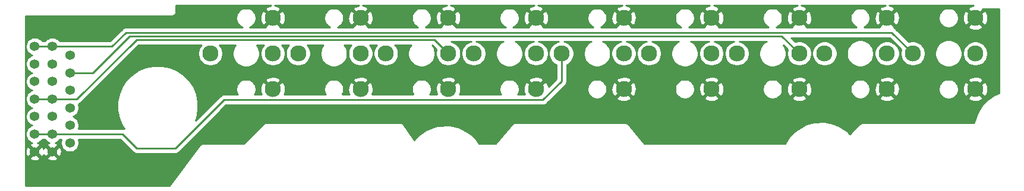
<source format=gbl>
%TF.GenerationSoftware,KiCad,Pcbnew,5.1.12-1.fc35*%
%TF.CreationDate,2022-05-08T03:34:16-07:00*%
%TF.ProjectId,right,72696768-742e-46b6-9963-61645f706362,v1.3*%
%TF.SameCoordinates,Original*%
%TF.FileFunction,Copper,L2,Bot*%
%TF.FilePolarity,Positive*%
%FSLAX46Y46*%
G04 Gerber Fmt 4.6, Leading zero omitted, Abs format (unit mm)*
G04 Created by KiCad (PCBNEW 5.1.12-1.fc35) date 2022-05-08 03:34:16*
%MOMM*%
%LPD*%
G01*
G04 APERTURE LIST*
%TA.AperFunction,ComponentPad*%
%ADD10C,2.300000*%
%TD*%
%TA.AperFunction,ComponentPad*%
%ADD11C,1.362000*%
%TD*%
%TA.AperFunction,Conductor*%
%ADD12C,0.254000*%
%TD*%
%TA.AperFunction,Conductor*%
%ADD13C,0.100000*%
%TD*%
G04 APERTURE END LIST*
D10*
%TO.P,PG1,1*%
%TO.N,GND*%
X215992000Y-90920000D03*
%TO.P,PG1,2*%
%TO.N,Net-(J1-Pad3)*%
X215992000Y-96000000D03*
%TO.P,PG1,3*%
%TO.N,GND*%
X215992000Y-101080000D03*
%TO.P,PG1,4*%
%TO.N,Net-(J1-Pad1)*%
X207102000Y-96000000D03*
%TD*%
D11*
%TO.P,J1,13B*%
%TO.N,GND*%
X82000000Y-110000000D03*
%TO.P,J1,11B*%
%TO.N,Net-(J1-Pad11)*%
X82000000Y-107500000D03*
%TO.P,J1,9B*%
%TO.N,Net-(F12-Pad2)*%
X82000000Y-105000000D03*
%TO.P,J1,7B*%
%TO.N,Net-(F11-Pad2)*%
X82000000Y-102500000D03*
%TO.P,J1,5B*%
%TO.N,Net-(F12-Pad4)*%
X82000000Y-100000000D03*
%TO.P,J1,3B*%
%TO.N,Net-(J1-Pad3)*%
X82000000Y-97500000D03*
%TO.P,J1,1B*%
%TO.N,Net-(J1-Pad1)*%
X82000000Y-95000000D03*
%TO.P,J1,12*%
%TO.N,N/C*%
X87000000Y-108750000D03*
%TO.P,J1,10*%
%TO.N,Net-(J1-Pad10)*%
X87000000Y-106250000D03*
%TO.P,J1,8*%
%TO.N,Net-(F10-Pad4)*%
X87000000Y-103750000D03*
%TO.P,J1,6*%
%TO.N,Net-(F10-Pad2)*%
X87000000Y-101250000D03*
%TO.P,J1,4*%
%TO.N,Net-(J1-Pad4)*%
X87000000Y-98750000D03*
%TO.P,J1,2*%
%TO.N,Net-(J1-Pad2)*%
X87000000Y-96250000D03*
%TO.P,J1,13*%
%TO.N,GND*%
X84500000Y-110000000D03*
%TO.P,J1,11*%
%TO.N,Net-(J1-Pad11)*%
X84500000Y-107500000D03*
%TO.P,J1,9*%
%TO.N,Net-(F12-Pad2)*%
X84500000Y-105000000D03*
%TO.P,J1,7*%
%TO.N,Net-(F11-Pad2)*%
X84500000Y-102500000D03*
%TO.P,J1,5*%
%TO.N,Net-(F12-Pad4)*%
X84500000Y-100000000D03*
%TO.P,J1,3*%
%TO.N,Net-(J1-Pad3)*%
X84500000Y-97500000D03*
%TO.P,J1,1*%
%TO.N,Net-(J1-Pad1)*%
X84500000Y-95000000D03*
%TD*%
D10*
%TO.P,F11,1*%
%TO.N,GND*%
X140910000Y-90920000D03*
%TO.P,F11,2*%
%TO.N,Net-(F11-Pad2)*%
X140910000Y-96000000D03*
%TO.P,F11,3*%
%TO.N,GND*%
X140910000Y-101080000D03*
%TO.P,F11,4*%
%TO.N,Net-(F10-Pad2)*%
X132020000Y-96000000D03*
%TD*%
%TO.P,F9,1*%
%TO.N,GND*%
X115910000Y-90920000D03*
%TO.P,F9,2*%
%TO.N,Net-(F10-Pad2)*%
X115910000Y-96000000D03*
%TO.P,F9,3*%
%TO.N,GND*%
X115910000Y-101080000D03*
%TO.P,F9,4*%
%TO.N,Net-(F12-Pad4)*%
X107020000Y-96000000D03*
%TD*%
%TO.P,F10,1*%
%TO.N,GND*%
X128410000Y-90920000D03*
%TO.P,F10,2*%
%TO.N,Net-(F10-Pad2)*%
X128410000Y-96000000D03*
%TO.P,F10,3*%
%TO.N,GND*%
X128410000Y-101080000D03*
%TO.P,F10,4*%
%TO.N,Net-(F10-Pad4)*%
X119520000Y-96000000D03*
%TD*%
%TO.P,F12,1*%
%TO.N,GND*%
X153410000Y-90920000D03*
%TO.P,F12,2*%
%TO.N,Net-(F12-Pad2)*%
X153410000Y-96000000D03*
%TO.P,F12,3*%
%TO.N,GND*%
X153410000Y-101080000D03*
%TO.P,F12,4*%
%TO.N,Net-(F12-Pad4)*%
X144520000Y-96000000D03*
%TD*%
%TO.P,P-S1,1*%
%TO.N,GND*%
X165910000Y-90920000D03*
%TO.P,P-S1,2*%
%TO.N,Net-(F12-Pad2)*%
X165910000Y-96000000D03*
%TO.P,P-S1,3*%
%TO.N,GND*%
X165910000Y-101080000D03*
%TO.P,P-S1,4*%
%TO.N,Net-(J1-Pad11)*%
X157020000Y-96000000D03*
%TD*%
%TO.P,S-L1,1*%
%TO.N,GND*%
X178410000Y-90920000D03*
%TO.P,S-L1,2*%
%TO.N,Net-(J1-Pad10)*%
X178410000Y-96000000D03*
%TO.P,S-L1,3*%
%TO.N,GND*%
X178410000Y-101080000D03*
%TO.P,S-L1,4*%
%TO.N,Net-(F12-Pad2)*%
X169520000Y-96000000D03*
%TD*%
%TO.P,P-B1,1*%
%TO.N,GND*%
X190910000Y-90920000D03*
%TO.P,P-B1,2*%
%TO.N,Net-(J1-Pad4)*%
X190910000Y-96000000D03*
%TO.P,P-B1,3*%
%TO.N,GND*%
X190910000Y-101080000D03*
%TO.P,P-B1,4*%
%TO.N,Net-(F12-Pad4)*%
X182020000Y-96000000D03*
%TD*%
%TO.P,KP1,1*%
%TO.N,GND*%
X203410000Y-90920000D03*
%TO.P,KP1,2*%
%TO.N,Net-(J1-Pad3)*%
X203410000Y-96000000D03*
%TO.P,KP1,3*%
%TO.N,GND*%
X203410000Y-101080000D03*
%TO.P,KP1,4*%
%TO.N,Net-(J1-Pad2)*%
X194520000Y-96000000D03*
%TD*%
D12*
%TO.N,Net-(F10-Pad2)*%
X87000000Y-101250000D02*
X87000000Y-101500000D01*
%TO.N,Net-(F11-Pad2)*%
X82000000Y-102500000D02*
X84500000Y-102500000D01*
X138910000Y-94000000D02*
X140910000Y-96000000D01*
X96500000Y-94000000D02*
X138910000Y-94000000D01*
X88000000Y-102500000D02*
X96500000Y-94000000D01*
X84500000Y-102500000D02*
X88000000Y-102500000D01*
%TO.N,Net-(J1-Pad11)*%
X82000000Y-107500000D02*
X84500000Y-107500000D01*
X157020000Y-99980000D02*
X157020000Y-96000000D01*
X154388999Y-102611001D02*
X157020000Y-99980000D01*
X108938961Y-102611001D02*
X154388999Y-102611001D01*
X96500000Y-109500000D02*
X102049962Y-109500000D01*
X102049962Y-109500000D02*
X108938961Y-102611001D01*
X94500000Y-107500000D02*
X96500000Y-109500000D01*
X84500000Y-107500000D02*
X94500000Y-107500000D01*
%TO.N,Net-(J1-Pad1)*%
X82000000Y-95000000D02*
X84500000Y-95000000D01*
X204085980Y-92983980D02*
X207102000Y-96000000D01*
X95016020Y-92983980D02*
X204085980Y-92983980D01*
X93000000Y-95000000D02*
X95016020Y-92983980D01*
X84500000Y-95000000D02*
X93000000Y-95000000D01*
%TO.N,Net-(J1-Pad4)*%
X190905000Y-96000000D02*
X190910000Y-96000000D01*
X188396990Y-93491990D02*
X190905000Y-96000000D01*
X95508010Y-93491990D02*
X188396990Y-93491990D01*
X90250000Y-98750000D02*
X95508010Y-93491990D01*
X87000000Y-98750000D02*
X90250000Y-98750000D01*
%TD*%
%TO.N,GND*%
X115504681Y-89172760D02*
X115171600Y-89285406D01*
X114961118Y-89397910D01*
X114847256Y-89677651D01*
X115910000Y-90740395D01*
X116972744Y-89677651D01*
X116858882Y-89397910D01*
X116543704Y-89242039D01*
X116204174Y-89150651D01*
X116194410Y-89150000D01*
X128179083Y-89150000D01*
X128004681Y-89172760D01*
X127671600Y-89285406D01*
X127461118Y-89397910D01*
X127347256Y-89677651D01*
X128410000Y-90740395D01*
X129472744Y-89677651D01*
X129358882Y-89397910D01*
X129043704Y-89242039D01*
X128704174Y-89150651D01*
X128694410Y-89150000D01*
X140679083Y-89150000D01*
X140504681Y-89172760D01*
X140171600Y-89285406D01*
X139961118Y-89397910D01*
X139847256Y-89677651D01*
X140910000Y-90740395D01*
X141972744Y-89677651D01*
X141858882Y-89397910D01*
X141543704Y-89242039D01*
X141204174Y-89150651D01*
X141194410Y-89150000D01*
X153179083Y-89150000D01*
X153004681Y-89172760D01*
X152671600Y-89285406D01*
X152461118Y-89397910D01*
X152347256Y-89677651D01*
X153410000Y-90740395D01*
X154472744Y-89677651D01*
X154358882Y-89397910D01*
X154043704Y-89242039D01*
X153704174Y-89150651D01*
X153694410Y-89150000D01*
X165679083Y-89150000D01*
X165504681Y-89172760D01*
X165171600Y-89285406D01*
X164961118Y-89397910D01*
X164847256Y-89677651D01*
X165910000Y-90740395D01*
X166972744Y-89677651D01*
X166858882Y-89397910D01*
X166543704Y-89242039D01*
X166204174Y-89150651D01*
X166194410Y-89150000D01*
X178179083Y-89150000D01*
X178004681Y-89172760D01*
X177671600Y-89285406D01*
X177461118Y-89397910D01*
X177347256Y-89677651D01*
X178410000Y-90740395D01*
X179472744Y-89677651D01*
X179358882Y-89397910D01*
X179043704Y-89242039D01*
X178704174Y-89150651D01*
X178694410Y-89150000D01*
X190679083Y-89150000D01*
X190504681Y-89172760D01*
X190171600Y-89285406D01*
X189961118Y-89397910D01*
X189847256Y-89677651D01*
X190910000Y-90740395D01*
X191972744Y-89677651D01*
X191858882Y-89397910D01*
X191543704Y-89242039D01*
X191204174Y-89150651D01*
X191194410Y-89150000D01*
X203179083Y-89150000D01*
X203004681Y-89172760D01*
X202671600Y-89285406D01*
X202461118Y-89397910D01*
X202347256Y-89677651D01*
X203410000Y-90740395D01*
X204472744Y-89677651D01*
X204358882Y-89397910D01*
X204043704Y-89242039D01*
X203704174Y-89150651D01*
X203694410Y-89150000D01*
X215761083Y-89150000D01*
X215586681Y-89172760D01*
X215253600Y-89285406D01*
X215043118Y-89397910D01*
X214929256Y-89677651D01*
X215992000Y-90740395D01*
X217054744Y-89677651D01*
X217043489Y-89650000D01*
X219350000Y-89650000D01*
X219350001Y-101665340D01*
X218687373Y-101937754D01*
X218661344Y-101952231D01*
X217535110Y-102764977D01*
X217513758Y-102784438D01*
X216875172Y-103515909D01*
X216861316Y-103535145D01*
X216234341Y-104603325D01*
X216223269Y-104627803D01*
X215828507Y-105823700D01*
X215823018Y-105848318D01*
X215822815Y-105850000D01*
X200031924Y-105850000D01*
X200000000Y-105846856D01*
X199968076Y-105850000D01*
X199968068Y-105850000D01*
X199872578Y-105859405D01*
X199750052Y-105896573D01*
X199637132Y-105956930D01*
X199538157Y-106038157D01*
X199517802Y-106062960D01*
X198098684Y-107482078D01*
X197860183Y-107202298D01*
X197833621Y-107178778D01*
X196696706Y-106426408D01*
X196678735Y-106416503D01*
X195675574Y-105965081D01*
X195649068Y-105956504D01*
X194512153Y-105722433D01*
X194478001Y-105720112D01*
X192989980Y-105820428D01*
X192964279Y-105824844D01*
X191710329Y-106175950D01*
X191677524Y-106190387D01*
X190440293Y-106959477D01*
X190417538Y-106977533D01*
X189431097Y-107963974D01*
X189412252Y-107988016D01*
X188890524Y-108850000D01*
X168804443Y-108850000D01*
X166500948Y-106085806D01*
X166461843Y-106038157D01*
X166435146Y-106016247D01*
X166410545Y-105992013D01*
X166385781Y-105975735D01*
X166362868Y-105956930D01*
X166332402Y-105940646D01*
X166303552Y-105921681D01*
X166276095Y-105910549D01*
X166249948Y-105896573D01*
X166216890Y-105886545D01*
X166184895Y-105873573D01*
X166155792Y-105868011D01*
X166127422Y-105859405D01*
X166093044Y-105856019D01*
X166059132Y-105849538D01*
X165997644Y-105850000D01*
X150502356Y-105850000D01*
X150440867Y-105849538D01*
X150406954Y-105856019D01*
X150372578Y-105859405D01*
X150344209Y-105868011D01*
X150315104Y-105873573D01*
X150283104Y-105886547D01*
X150250052Y-105896573D01*
X150223914Y-105910544D01*
X150196447Y-105921680D01*
X150167587Y-105940652D01*
X150137132Y-105956930D01*
X150114224Y-105975730D01*
X150089454Y-105992013D01*
X150064848Y-106016252D01*
X150038157Y-106038157D01*
X149999116Y-106085728D01*
X147695556Y-108850000D01*
X145277922Y-108850000D01*
X144931894Y-108312326D01*
X144914902Y-108291253D01*
X144044103Y-107420454D01*
X144017007Y-107399818D01*
X142646950Y-106621904D01*
X142614359Y-106608965D01*
X141139806Y-106249035D01*
X141104648Y-106245513D01*
X139351440Y-106315177D01*
X139336362Y-106316681D01*
X139312285Y-106323016D01*
X137779679Y-106891938D01*
X137749775Y-106907858D01*
X136553877Y-107767046D01*
X136530232Y-107789102D01*
X136036995Y-108383689D01*
X134558356Y-106165730D01*
X134543070Y-106137132D01*
X134502654Y-106087885D01*
X134462326Y-106038641D01*
X134462062Y-106038424D01*
X134461843Y-106038157D01*
X134412227Y-105997438D01*
X134363435Y-105957310D01*
X134363135Y-105957149D01*
X134362868Y-105956930D01*
X134306192Y-105926636D01*
X134250578Y-105896835D01*
X134250253Y-105896736D01*
X134249948Y-105896573D01*
X134188615Y-105877968D01*
X134128092Y-105859539D01*
X134127752Y-105859505D01*
X134127422Y-105859405D01*
X134063540Y-105853113D01*
X134000683Y-105846856D01*
X133968417Y-105850000D01*
X115031924Y-105850000D01*
X115000000Y-105846856D01*
X114968076Y-105850000D01*
X114968068Y-105850000D01*
X114872578Y-105859405D01*
X114750052Y-105896573D01*
X114637132Y-105956930D01*
X114538157Y-106038157D01*
X114517802Y-106062960D01*
X111730762Y-108850000D01*
X106049693Y-108850000D01*
X106035547Y-108847824D01*
X105985807Y-108850000D01*
X105968068Y-108850000D01*
X105953892Y-108851396D01*
X105907631Y-108853420D01*
X105890320Y-108857658D01*
X105872578Y-108859405D01*
X105828250Y-108872852D01*
X105783264Y-108883864D01*
X105767110Y-108891398D01*
X105750052Y-108896573D01*
X105709199Y-108918410D01*
X105667227Y-108937986D01*
X105652855Y-108948526D01*
X105637132Y-108956930D01*
X105601324Y-108986317D01*
X105563977Y-109013706D01*
X105551936Y-109026849D01*
X105538157Y-109038157D01*
X105508774Y-109073961D01*
X105499159Y-109084455D01*
X105488526Y-109098632D01*
X105456930Y-109137132D01*
X105450180Y-109149760D01*
X101175000Y-114850000D01*
X80650000Y-114850000D01*
X80650000Y-110907690D01*
X81271915Y-110907690D01*
X81329070Y-111139522D01*
X81564271Y-111248519D01*
X81816217Y-111309535D01*
X82075226Y-111320226D01*
X82331345Y-111280183D01*
X82574729Y-111190942D01*
X82670930Y-111139522D01*
X82728085Y-110907690D01*
X83771915Y-110907690D01*
X83829070Y-111139522D01*
X84064271Y-111248519D01*
X84316217Y-111309535D01*
X84575226Y-111320226D01*
X84831345Y-111280183D01*
X85074729Y-111190942D01*
X85170930Y-111139522D01*
X85228085Y-110907690D01*
X84500000Y-110179605D01*
X83771915Y-110907690D01*
X82728085Y-110907690D01*
X82000000Y-110179605D01*
X81271915Y-110907690D01*
X80650000Y-110907690D01*
X80650000Y-110075226D01*
X80679774Y-110075226D01*
X80719817Y-110331345D01*
X80809058Y-110574729D01*
X80860478Y-110670930D01*
X81092310Y-110728085D01*
X81820395Y-110000000D01*
X82179605Y-110000000D01*
X82907690Y-110728085D01*
X83139522Y-110670930D01*
X83248519Y-110435729D01*
X83252327Y-110420007D01*
X83309058Y-110574729D01*
X83360478Y-110670930D01*
X83592310Y-110728085D01*
X84320395Y-110000000D01*
X84679605Y-110000000D01*
X85407690Y-110728085D01*
X85639522Y-110670930D01*
X85748519Y-110435729D01*
X85809535Y-110183783D01*
X85820226Y-109924774D01*
X85780183Y-109668655D01*
X85690942Y-109425271D01*
X85639522Y-109329070D01*
X85407690Y-109271915D01*
X84679605Y-110000000D01*
X84320395Y-110000000D01*
X83592310Y-109271915D01*
X83360478Y-109329070D01*
X83251481Y-109564271D01*
X83247673Y-109579993D01*
X83190942Y-109425271D01*
X83139522Y-109329070D01*
X82907690Y-109271915D01*
X82179605Y-110000000D01*
X81820395Y-110000000D01*
X81092310Y-109271915D01*
X80860478Y-109329070D01*
X80751481Y-109564271D01*
X80690465Y-109816217D01*
X80679774Y-110075226D01*
X80650000Y-110075226D01*
X80650000Y-94870385D01*
X80684000Y-94870385D01*
X80684000Y-95129615D01*
X80734573Y-95383863D01*
X80833776Y-95623360D01*
X80977796Y-95838901D01*
X81161099Y-96022204D01*
X81376640Y-96166224D01*
X81578893Y-96250000D01*
X81376640Y-96333776D01*
X81161099Y-96477796D01*
X80977796Y-96661099D01*
X80833776Y-96876640D01*
X80734573Y-97116137D01*
X80684000Y-97370385D01*
X80684000Y-97629615D01*
X80734573Y-97883863D01*
X80833776Y-98123360D01*
X80977796Y-98338901D01*
X81161099Y-98522204D01*
X81376640Y-98666224D01*
X81578893Y-98750000D01*
X81376640Y-98833776D01*
X81161099Y-98977796D01*
X80977796Y-99161099D01*
X80833776Y-99376640D01*
X80734573Y-99616137D01*
X80684000Y-99870385D01*
X80684000Y-100129615D01*
X80734573Y-100383863D01*
X80833776Y-100623360D01*
X80977796Y-100838901D01*
X81161099Y-101022204D01*
X81376640Y-101166224D01*
X81578893Y-101250000D01*
X81376640Y-101333776D01*
X81161099Y-101477796D01*
X80977796Y-101661099D01*
X80833776Y-101876640D01*
X80734573Y-102116137D01*
X80684000Y-102370385D01*
X80684000Y-102629615D01*
X80734573Y-102883863D01*
X80833776Y-103123360D01*
X80977796Y-103338901D01*
X81161099Y-103522204D01*
X81376640Y-103666224D01*
X81578893Y-103750000D01*
X81376640Y-103833776D01*
X81161099Y-103977796D01*
X80977796Y-104161099D01*
X80833776Y-104376640D01*
X80734573Y-104616137D01*
X80684000Y-104870385D01*
X80684000Y-105129615D01*
X80734573Y-105383863D01*
X80833776Y-105623360D01*
X80977796Y-105838901D01*
X81161099Y-106022204D01*
X81376640Y-106166224D01*
X81578893Y-106250000D01*
X81376640Y-106333776D01*
X81161099Y-106477796D01*
X80977796Y-106661099D01*
X80833776Y-106876640D01*
X80734573Y-107116137D01*
X80684000Y-107370385D01*
X80684000Y-107629615D01*
X80734573Y-107883863D01*
X80833776Y-108123360D01*
X80977796Y-108338901D01*
X81161099Y-108522204D01*
X81376640Y-108666224D01*
X81582389Y-108751448D01*
X81425271Y-108809058D01*
X81329070Y-108860478D01*
X81271915Y-109092310D01*
X82000000Y-109820395D01*
X82728085Y-109092310D01*
X82670930Y-108860478D01*
X82435729Y-108751481D01*
X82424246Y-108748700D01*
X82623360Y-108666224D01*
X82838901Y-108522204D01*
X83022204Y-108338901D01*
X83073588Y-108262000D01*
X83426412Y-108262000D01*
X83477796Y-108338901D01*
X83661099Y-108522204D01*
X83876640Y-108666224D01*
X84082389Y-108751448D01*
X83925271Y-108809058D01*
X83829070Y-108860478D01*
X83771915Y-109092310D01*
X84500000Y-109820395D01*
X85228085Y-109092310D01*
X85170930Y-108860478D01*
X84935729Y-108751481D01*
X84924246Y-108748700D01*
X85123360Y-108666224D01*
X85338901Y-108522204D01*
X85522204Y-108338901D01*
X85573588Y-108262000D01*
X85777708Y-108262000D01*
X85734573Y-108366137D01*
X85684000Y-108620385D01*
X85684000Y-108879615D01*
X85734573Y-109133863D01*
X85833776Y-109373360D01*
X85977796Y-109588901D01*
X86161099Y-109772204D01*
X86376640Y-109916224D01*
X86616137Y-110015427D01*
X86870385Y-110066000D01*
X87129615Y-110066000D01*
X87383863Y-110015427D01*
X87623360Y-109916224D01*
X87838901Y-109772204D01*
X88022204Y-109588901D01*
X88166224Y-109373360D01*
X88265427Y-109133863D01*
X88316000Y-108879615D01*
X88316000Y-108620385D01*
X88265427Y-108366137D01*
X88222292Y-108262000D01*
X94184370Y-108262000D01*
X95934721Y-110012352D01*
X95958578Y-110041422D01*
X96074608Y-110136645D01*
X96206985Y-110207402D01*
X96350622Y-110250974D01*
X96462574Y-110262000D01*
X96462576Y-110262000D01*
X96499999Y-110265686D01*
X96537422Y-110262000D01*
X102012539Y-110262000D01*
X102049962Y-110265686D01*
X102087385Y-110262000D01*
X102087388Y-110262000D01*
X102199340Y-110250974D01*
X102342977Y-110207402D01*
X102475354Y-110136645D01*
X102591384Y-110041422D01*
X102615246Y-110012346D01*
X109254592Y-103373001D01*
X154351576Y-103373001D01*
X154388999Y-103376687D01*
X154426422Y-103373001D01*
X154426425Y-103373001D01*
X154538377Y-103361975D01*
X154682014Y-103318403D01*
X154814391Y-103247646D01*
X154930421Y-103152423D01*
X154954283Y-103123347D01*
X157136503Y-100941127D01*
X160690000Y-100941127D01*
X160690000Y-101218873D01*
X160744186Y-101491282D01*
X160850475Y-101747885D01*
X161004782Y-101978822D01*
X161201178Y-102175218D01*
X161432115Y-102329525D01*
X161688718Y-102435814D01*
X161961127Y-102490000D01*
X162238873Y-102490000D01*
X162511282Y-102435814D01*
X162767885Y-102329525D01*
X162778624Y-102322349D01*
X164847256Y-102322349D01*
X164961118Y-102602090D01*
X165276296Y-102757961D01*
X165615826Y-102849349D01*
X165966661Y-102872741D01*
X166315319Y-102827240D01*
X166648400Y-102714594D01*
X166858882Y-102602090D01*
X166972744Y-102322349D01*
X165910000Y-101259605D01*
X164847256Y-102322349D01*
X162778624Y-102322349D01*
X162998822Y-102175218D01*
X163195218Y-101978822D01*
X163349525Y-101747885D01*
X163455814Y-101491282D01*
X163510000Y-101218873D01*
X163510000Y-101136661D01*
X164117259Y-101136661D01*
X164162760Y-101485319D01*
X164275406Y-101818400D01*
X164387910Y-102028882D01*
X164667651Y-102142744D01*
X165730395Y-101080000D01*
X166089605Y-101080000D01*
X167152349Y-102142744D01*
X167432090Y-102028882D01*
X167587961Y-101713704D01*
X167679349Y-101374174D01*
X167702741Y-101023339D01*
X167692013Y-100941127D01*
X173190000Y-100941127D01*
X173190000Y-101218873D01*
X173244186Y-101491282D01*
X173350475Y-101747885D01*
X173504782Y-101978822D01*
X173701178Y-102175218D01*
X173932115Y-102329525D01*
X174188718Y-102435814D01*
X174461127Y-102490000D01*
X174738873Y-102490000D01*
X175011282Y-102435814D01*
X175267885Y-102329525D01*
X175278624Y-102322349D01*
X177347256Y-102322349D01*
X177461118Y-102602090D01*
X177776296Y-102757961D01*
X178115826Y-102849349D01*
X178466661Y-102872741D01*
X178815319Y-102827240D01*
X179148400Y-102714594D01*
X179358882Y-102602090D01*
X179472744Y-102322349D01*
X178410000Y-101259605D01*
X177347256Y-102322349D01*
X175278624Y-102322349D01*
X175498822Y-102175218D01*
X175695218Y-101978822D01*
X175849525Y-101747885D01*
X175955814Y-101491282D01*
X176010000Y-101218873D01*
X176010000Y-101136661D01*
X176617259Y-101136661D01*
X176662760Y-101485319D01*
X176775406Y-101818400D01*
X176887910Y-102028882D01*
X177167651Y-102142744D01*
X178230395Y-101080000D01*
X178589605Y-101080000D01*
X179652349Y-102142744D01*
X179932090Y-102028882D01*
X180087961Y-101713704D01*
X180179349Y-101374174D01*
X180202741Y-101023339D01*
X180192013Y-100941127D01*
X185690000Y-100941127D01*
X185690000Y-101218873D01*
X185744186Y-101491282D01*
X185850475Y-101747885D01*
X186004782Y-101978822D01*
X186201178Y-102175218D01*
X186432115Y-102329525D01*
X186688718Y-102435814D01*
X186961127Y-102490000D01*
X187238873Y-102490000D01*
X187511282Y-102435814D01*
X187767885Y-102329525D01*
X187778624Y-102322349D01*
X189847256Y-102322349D01*
X189961118Y-102602090D01*
X190276296Y-102757961D01*
X190615826Y-102849349D01*
X190966661Y-102872741D01*
X191315319Y-102827240D01*
X191648400Y-102714594D01*
X191858882Y-102602090D01*
X191972744Y-102322349D01*
X190910000Y-101259605D01*
X189847256Y-102322349D01*
X187778624Y-102322349D01*
X187998822Y-102175218D01*
X188195218Y-101978822D01*
X188349525Y-101747885D01*
X188455814Y-101491282D01*
X188510000Y-101218873D01*
X188510000Y-101136661D01*
X189117259Y-101136661D01*
X189162760Y-101485319D01*
X189275406Y-101818400D01*
X189387910Y-102028882D01*
X189667651Y-102142744D01*
X190730395Y-101080000D01*
X191089605Y-101080000D01*
X192152349Y-102142744D01*
X192432090Y-102028882D01*
X192587961Y-101713704D01*
X192679349Y-101374174D01*
X192702741Y-101023339D01*
X192692013Y-100941127D01*
X198190000Y-100941127D01*
X198190000Y-101218873D01*
X198244186Y-101491282D01*
X198350475Y-101747885D01*
X198504782Y-101978822D01*
X198701178Y-102175218D01*
X198932115Y-102329525D01*
X199188718Y-102435814D01*
X199461127Y-102490000D01*
X199738873Y-102490000D01*
X200011282Y-102435814D01*
X200267885Y-102329525D01*
X200278624Y-102322349D01*
X202347256Y-102322349D01*
X202461118Y-102602090D01*
X202776296Y-102757961D01*
X203115826Y-102849349D01*
X203466661Y-102872741D01*
X203815319Y-102827240D01*
X204148400Y-102714594D01*
X204358882Y-102602090D01*
X204472744Y-102322349D01*
X203410000Y-101259605D01*
X202347256Y-102322349D01*
X200278624Y-102322349D01*
X200498822Y-102175218D01*
X200695218Y-101978822D01*
X200849525Y-101747885D01*
X200955814Y-101491282D01*
X201010000Y-101218873D01*
X201010000Y-101136661D01*
X201617259Y-101136661D01*
X201662760Y-101485319D01*
X201775406Y-101818400D01*
X201887910Y-102028882D01*
X202167651Y-102142744D01*
X203230395Y-101080000D01*
X203589605Y-101080000D01*
X204652349Y-102142744D01*
X204932090Y-102028882D01*
X205087961Y-101713704D01*
X205179349Y-101374174D01*
X205202741Y-101023339D01*
X205192013Y-100941127D01*
X210772000Y-100941127D01*
X210772000Y-101218873D01*
X210826186Y-101491282D01*
X210932475Y-101747885D01*
X211086782Y-101978822D01*
X211283178Y-102175218D01*
X211514115Y-102329525D01*
X211770718Y-102435814D01*
X212043127Y-102490000D01*
X212320873Y-102490000D01*
X212593282Y-102435814D01*
X212849885Y-102329525D01*
X212860624Y-102322349D01*
X214929256Y-102322349D01*
X215043118Y-102602090D01*
X215358296Y-102757961D01*
X215697826Y-102849349D01*
X216048661Y-102872741D01*
X216397319Y-102827240D01*
X216730400Y-102714594D01*
X216940882Y-102602090D01*
X217054744Y-102322349D01*
X215992000Y-101259605D01*
X214929256Y-102322349D01*
X212860624Y-102322349D01*
X213080822Y-102175218D01*
X213277218Y-101978822D01*
X213431525Y-101747885D01*
X213537814Y-101491282D01*
X213592000Y-101218873D01*
X213592000Y-101136661D01*
X214199259Y-101136661D01*
X214244760Y-101485319D01*
X214357406Y-101818400D01*
X214469910Y-102028882D01*
X214749651Y-102142744D01*
X215812395Y-101080000D01*
X216171605Y-101080000D01*
X217234349Y-102142744D01*
X217514090Y-102028882D01*
X217669961Y-101713704D01*
X217761349Y-101374174D01*
X217784741Y-101023339D01*
X217739240Y-100674681D01*
X217626594Y-100341600D01*
X217514090Y-100131118D01*
X217234349Y-100017256D01*
X216171605Y-101080000D01*
X215812395Y-101080000D01*
X214749651Y-100017256D01*
X214469910Y-100131118D01*
X214314039Y-100446296D01*
X214222651Y-100785826D01*
X214199259Y-101136661D01*
X213592000Y-101136661D01*
X213592000Y-100941127D01*
X213537814Y-100668718D01*
X213431525Y-100412115D01*
X213277218Y-100181178D01*
X213080822Y-99984782D01*
X212860625Y-99837651D01*
X214929256Y-99837651D01*
X215992000Y-100900395D01*
X217054744Y-99837651D01*
X216940882Y-99557910D01*
X216625704Y-99402039D01*
X216286174Y-99310651D01*
X215935339Y-99287259D01*
X215586681Y-99332760D01*
X215253600Y-99445406D01*
X215043118Y-99557910D01*
X214929256Y-99837651D01*
X212860625Y-99837651D01*
X212849885Y-99830475D01*
X212593282Y-99724186D01*
X212320873Y-99670000D01*
X212043127Y-99670000D01*
X211770718Y-99724186D01*
X211514115Y-99830475D01*
X211283178Y-99984782D01*
X211086782Y-100181178D01*
X210932475Y-100412115D01*
X210826186Y-100668718D01*
X210772000Y-100941127D01*
X205192013Y-100941127D01*
X205157240Y-100674681D01*
X205044594Y-100341600D01*
X204932090Y-100131118D01*
X204652349Y-100017256D01*
X203589605Y-101080000D01*
X203230395Y-101080000D01*
X202167651Y-100017256D01*
X201887910Y-100131118D01*
X201732039Y-100446296D01*
X201640651Y-100785826D01*
X201617259Y-101136661D01*
X201010000Y-101136661D01*
X201010000Y-100941127D01*
X200955814Y-100668718D01*
X200849525Y-100412115D01*
X200695218Y-100181178D01*
X200498822Y-99984782D01*
X200278625Y-99837651D01*
X202347256Y-99837651D01*
X203410000Y-100900395D01*
X204472744Y-99837651D01*
X204358882Y-99557910D01*
X204043704Y-99402039D01*
X203704174Y-99310651D01*
X203353339Y-99287259D01*
X203004681Y-99332760D01*
X202671600Y-99445406D01*
X202461118Y-99557910D01*
X202347256Y-99837651D01*
X200278625Y-99837651D01*
X200267885Y-99830475D01*
X200011282Y-99724186D01*
X199738873Y-99670000D01*
X199461127Y-99670000D01*
X199188718Y-99724186D01*
X198932115Y-99830475D01*
X198701178Y-99984782D01*
X198504782Y-100181178D01*
X198350475Y-100412115D01*
X198244186Y-100668718D01*
X198190000Y-100941127D01*
X192692013Y-100941127D01*
X192657240Y-100674681D01*
X192544594Y-100341600D01*
X192432090Y-100131118D01*
X192152349Y-100017256D01*
X191089605Y-101080000D01*
X190730395Y-101080000D01*
X189667651Y-100017256D01*
X189387910Y-100131118D01*
X189232039Y-100446296D01*
X189140651Y-100785826D01*
X189117259Y-101136661D01*
X188510000Y-101136661D01*
X188510000Y-100941127D01*
X188455814Y-100668718D01*
X188349525Y-100412115D01*
X188195218Y-100181178D01*
X187998822Y-99984782D01*
X187778625Y-99837651D01*
X189847256Y-99837651D01*
X190910000Y-100900395D01*
X191972744Y-99837651D01*
X191858882Y-99557910D01*
X191543704Y-99402039D01*
X191204174Y-99310651D01*
X190853339Y-99287259D01*
X190504681Y-99332760D01*
X190171600Y-99445406D01*
X189961118Y-99557910D01*
X189847256Y-99837651D01*
X187778625Y-99837651D01*
X187767885Y-99830475D01*
X187511282Y-99724186D01*
X187238873Y-99670000D01*
X186961127Y-99670000D01*
X186688718Y-99724186D01*
X186432115Y-99830475D01*
X186201178Y-99984782D01*
X186004782Y-100181178D01*
X185850475Y-100412115D01*
X185744186Y-100668718D01*
X185690000Y-100941127D01*
X180192013Y-100941127D01*
X180157240Y-100674681D01*
X180044594Y-100341600D01*
X179932090Y-100131118D01*
X179652349Y-100017256D01*
X178589605Y-101080000D01*
X178230395Y-101080000D01*
X177167651Y-100017256D01*
X176887910Y-100131118D01*
X176732039Y-100446296D01*
X176640651Y-100785826D01*
X176617259Y-101136661D01*
X176010000Y-101136661D01*
X176010000Y-100941127D01*
X175955814Y-100668718D01*
X175849525Y-100412115D01*
X175695218Y-100181178D01*
X175498822Y-99984782D01*
X175278625Y-99837651D01*
X177347256Y-99837651D01*
X178410000Y-100900395D01*
X179472744Y-99837651D01*
X179358882Y-99557910D01*
X179043704Y-99402039D01*
X178704174Y-99310651D01*
X178353339Y-99287259D01*
X178004681Y-99332760D01*
X177671600Y-99445406D01*
X177461118Y-99557910D01*
X177347256Y-99837651D01*
X175278625Y-99837651D01*
X175267885Y-99830475D01*
X175011282Y-99724186D01*
X174738873Y-99670000D01*
X174461127Y-99670000D01*
X174188718Y-99724186D01*
X173932115Y-99830475D01*
X173701178Y-99984782D01*
X173504782Y-100181178D01*
X173350475Y-100412115D01*
X173244186Y-100668718D01*
X173190000Y-100941127D01*
X167692013Y-100941127D01*
X167657240Y-100674681D01*
X167544594Y-100341600D01*
X167432090Y-100131118D01*
X167152349Y-100017256D01*
X166089605Y-101080000D01*
X165730395Y-101080000D01*
X164667651Y-100017256D01*
X164387910Y-100131118D01*
X164232039Y-100446296D01*
X164140651Y-100785826D01*
X164117259Y-101136661D01*
X163510000Y-101136661D01*
X163510000Y-100941127D01*
X163455814Y-100668718D01*
X163349525Y-100412115D01*
X163195218Y-100181178D01*
X162998822Y-99984782D01*
X162778625Y-99837651D01*
X164847256Y-99837651D01*
X165910000Y-100900395D01*
X166972744Y-99837651D01*
X166858882Y-99557910D01*
X166543704Y-99402039D01*
X166204174Y-99310651D01*
X165853339Y-99287259D01*
X165504681Y-99332760D01*
X165171600Y-99445406D01*
X164961118Y-99557910D01*
X164847256Y-99837651D01*
X162778625Y-99837651D01*
X162767885Y-99830475D01*
X162511282Y-99724186D01*
X162238873Y-99670000D01*
X161961127Y-99670000D01*
X161688718Y-99724186D01*
X161432115Y-99830475D01*
X161201178Y-99984782D01*
X161004782Y-100181178D01*
X160850475Y-100412115D01*
X160744186Y-100668718D01*
X160690000Y-100941127D01*
X157136503Y-100941127D01*
X157532353Y-100545278D01*
X157561422Y-100521422D01*
X157656645Y-100405392D01*
X157727402Y-100273015D01*
X157770974Y-100129378D01*
X157782000Y-100017426D01*
X157782000Y-100017424D01*
X157785686Y-99980001D01*
X157782000Y-99942578D01*
X157782000Y-97616440D01*
X157865515Y-97581847D01*
X158157871Y-97386500D01*
X158406500Y-97137871D01*
X158601847Y-96845515D01*
X158736404Y-96520665D01*
X158805000Y-96175807D01*
X158805000Y-95824193D01*
X158736404Y-95479335D01*
X158601847Y-95154485D01*
X158406500Y-94862129D01*
X158157871Y-94613500D01*
X157865515Y-94418153D01*
X157540665Y-94283596D01*
X157391824Y-94253990D01*
X161258842Y-94253990D01*
X161183434Y-94285225D01*
X160866509Y-94496987D01*
X160596987Y-94766509D01*
X160385225Y-95083434D01*
X160239361Y-95435581D01*
X160165000Y-95809419D01*
X160165000Y-96190581D01*
X160239361Y-96564419D01*
X160385225Y-96916566D01*
X160596987Y-97233491D01*
X160866509Y-97503013D01*
X161183434Y-97714775D01*
X161535581Y-97860639D01*
X161909419Y-97935000D01*
X162290581Y-97935000D01*
X162664419Y-97860639D01*
X163016566Y-97714775D01*
X163333491Y-97503013D01*
X163603013Y-97233491D01*
X163814775Y-96916566D01*
X163960639Y-96564419D01*
X164035000Y-96190581D01*
X164035000Y-95809419D01*
X163960639Y-95435581D01*
X163814775Y-95083434D01*
X163603013Y-94766509D01*
X163333491Y-94496987D01*
X163016566Y-94285225D01*
X162941158Y-94253990D01*
X165538176Y-94253990D01*
X165389335Y-94283596D01*
X165064485Y-94418153D01*
X164772129Y-94613500D01*
X164523500Y-94862129D01*
X164328153Y-95154485D01*
X164193596Y-95479335D01*
X164125000Y-95824193D01*
X164125000Y-96175807D01*
X164193596Y-96520665D01*
X164328153Y-96845515D01*
X164523500Y-97137871D01*
X164772129Y-97386500D01*
X165064485Y-97581847D01*
X165389335Y-97716404D01*
X165734193Y-97785000D01*
X166085807Y-97785000D01*
X166430665Y-97716404D01*
X166755515Y-97581847D01*
X167047871Y-97386500D01*
X167296500Y-97137871D01*
X167491847Y-96845515D01*
X167626404Y-96520665D01*
X167695000Y-96175807D01*
X167695000Y-95824193D01*
X167626404Y-95479335D01*
X167491847Y-95154485D01*
X167296500Y-94862129D01*
X167047871Y-94613500D01*
X166755515Y-94418153D01*
X166430665Y-94283596D01*
X166281824Y-94253990D01*
X169148176Y-94253990D01*
X168999335Y-94283596D01*
X168674485Y-94418153D01*
X168382129Y-94613500D01*
X168133500Y-94862129D01*
X167938153Y-95154485D01*
X167803596Y-95479335D01*
X167735000Y-95824193D01*
X167735000Y-96175807D01*
X167803596Y-96520665D01*
X167938153Y-96845515D01*
X168133500Y-97137871D01*
X168382129Y-97386500D01*
X168674485Y-97581847D01*
X168999335Y-97716404D01*
X169344193Y-97785000D01*
X169695807Y-97785000D01*
X170040665Y-97716404D01*
X170365515Y-97581847D01*
X170657871Y-97386500D01*
X170906500Y-97137871D01*
X171101847Y-96845515D01*
X171236404Y-96520665D01*
X171305000Y-96175807D01*
X171305000Y-95824193D01*
X171236404Y-95479335D01*
X171101847Y-95154485D01*
X170906500Y-94862129D01*
X170657871Y-94613500D01*
X170365515Y-94418153D01*
X170040665Y-94283596D01*
X169891824Y-94253990D01*
X173758842Y-94253990D01*
X173683434Y-94285225D01*
X173366509Y-94496987D01*
X173096987Y-94766509D01*
X172885225Y-95083434D01*
X172739361Y-95435581D01*
X172665000Y-95809419D01*
X172665000Y-96190581D01*
X172739361Y-96564419D01*
X172885225Y-96916566D01*
X173096987Y-97233491D01*
X173366509Y-97503013D01*
X173683434Y-97714775D01*
X174035581Y-97860639D01*
X174409419Y-97935000D01*
X174790581Y-97935000D01*
X175164419Y-97860639D01*
X175516566Y-97714775D01*
X175833491Y-97503013D01*
X176103013Y-97233491D01*
X176314775Y-96916566D01*
X176460639Y-96564419D01*
X176535000Y-96190581D01*
X176535000Y-95809419D01*
X176460639Y-95435581D01*
X176314775Y-95083434D01*
X176103013Y-94766509D01*
X175833491Y-94496987D01*
X175516566Y-94285225D01*
X175441158Y-94253990D01*
X178038176Y-94253990D01*
X177889335Y-94283596D01*
X177564485Y-94418153D01*
X177272129Y-94613500D01*
X177023500Y-94862129D01*
X176828153Y-95154485D01*
X176693596Y-95479335D01*
X176625000Y-95824193D01*
X176625000Y-96175807D01*
X176693596Y-96520665D01*
X176828153Y-96845515D01*
X177023500Y-97137871D01*
X177272129Y-97386500D01*
X177564485Y-97581847D01*
X177889335Y-97716404D01*
X178234193Y-97785000D01*
X178585807Y-97785000D01*
X178930665Y-97716404D01*
X179255515Y-97581847D01*
X179547871Y-97386500D01*
X179796500Y-97137871D01*
X179991847Y-96845515D01*
X180126404Y-96520665D01*
X180195000Y-96175807D01*
X180195000Y-95824193D01*
X180126404Y-95479335D01*
X179991847Y-95154485D01*
X179796500Y-94862129D01*
X179547871Y-94613500D01*
X179255515Y-94418153D01*
X178930665Y-94283596D01*
X178781824Y-94253990D01*
X181648176Y-94253990D01*
X181499335Y-94283596D01*
X181174485Y-94418153D01*
X180882129Y-94613500D01*
X180633500Y-94862129D01*
X180438153Y-95154485D01*
X180303596Y-95479335D01*
X180235000Y-95824193D01*
X180235000Y-96175807D01*
X180303596Y-96520665D01*
X180438153Y-96845515D01*
X180633500Y-97137871D01*
X180882129Y-97386500D01*
X181174485Y-97581847D01*
X181499335Y-97716404D01*
X181844193Y-97785000D01*
X182195807Y-97785000D01*
X182540665Y-97716404D01*
X182865515Y-97581847D01*
X183157871Y-97386500D01*
X183406500Y-97137871D01*
X183601847Y-96845515D01*
X183736404Y-96520665D01*
X183805000Y-96175807D01*
X183805000Y-95824193D01*
X183736404Y-95479335D01*
X183601847Y-95154485D01*
X183406500Y-94862129D01*
X183157871Y-94613500D01*
X182865515Y-94418153D01*
X182540665Y-94283596D01*
X182391824Y-94253990D01*
X186258842Y-94253990D01*
X186183434Y-94285225D01*
X185866509Y-94496987D01*
X185596987Y-94766509D01*
X185385225Y-95083434D01*
X185239361Y-95435581D01*
X185165000Y-95809419D01*
X185165000Y-96190581D01*
X185239361Y-96564419D01*
X185385225Y-96916566D01*
X185596987Y-97233491D01*
X185866509Y-97503013D01*
X186183434Y-97714775D01*
X186535581Y-97860639D01*
X186909419Y-97935000D01*
X187290581Y-97935000D01*
X187664419Y-97860639D01*
X188016566Y-97714775D01*
X188333491Y-97503013D01*
X188603013Y-97233491D01*
X188814775Y-96916566D01*
X188960639Y-96564419D01*
X189035000Y-96190581D01*
X189035000Y-95809419D01*
X188960639Y-95435581D01*
X188814775Y-95083434D01*
X188621406Y-94794037D01*
X189226725Y-95399355D01*
X189193596Y-95479335D01*
X189125000Y-95824193D01*
X189125000Y-96175807D01*
X189193596Y-96520665D01*
X189328153Y-96845515D01*
X189523500Y-97137871D01*
X189772129Y-97386500D01*
X190064485Y-97581847D01*
X190389335Y-97716404D01*
X190734193Y-97785000D01*
X191085807Y-97785000D01*
X191430665Y-97716404D01*
X191755515Y-97581847D01*
X192047871Y-97386500D01*
X192296500Y-97137871D01*
X192491847Y-96845515D01*
X192626404Y-96520665D01*
X192695000Y-96175807D01*
X192695000Y-95824193D01*
X192735000Y-95824193D01*
X192735000Y-96175807D01*
X192803596Y-96520665D01*
X192938153Y-96845515D01*
X193133500Y-97137871D01*
X193382129Y-97386500D01*
X193674485Y-97581847D01*
X193999335Y-97716404D01*
X194344193Y-97785000D01*
X194695807Y-97785000D01*
X195040665Y-97716404D01*
X195365515Y-97581847D01*
X195657871Y-97386500D01*
X195906500Y-97137871D01*
X196101847Y-96845515D01*
X196236404Y-96520665D01*
X196305000Y-96175807D01*
X196305000Y-95824193D01*
X196302062Y-95809419D01*
X197665000Y-95809419D01*
X197665000Y-96190581D01*
X197739361Y-96564419D01*
X197885225Y-96916566D01*
X198096987Y-97233491D01*
X198366509Y-97503013D01*
X198683434Y-97714775D01*
X199035581Y-97860639D01*
X199409419Y-97935000D01*
X199790581Y-97935000D01*
X200164419Y-97860639D01*
X200516566Y-97714775D01*
X200833491Y-97503013D01*
X201103013Y-97233491D01*
X201314775Y-96916566D01*
X201460639Y-96564419D01*
X201535000Y-96190581D01*
X201535000Y-95824193D01*
X201625000Y-95824193D01*
X201625000Y-96175807D01*
X201693596Y-96520665D01*
X201828153Y-96845515D01*
X202023500Y-97137871D01*
X202272129Y-97386500D01*
X202564485Y-97581847D01*
X202889335Y-97716404D01*
X203234193Y-97785000D01*
X203585807Y-97785000D01*
X203930665Y-97716404D01*
X204255515Y-97581847D01*
X204547871Y-97386500D01*
X204796500Y-97137871D01*
X204991847Y-96845515D01*
X205126404Y-96520665D01*
X205195000Y-96175807D01*
X205195000Y-95824193D01*
X205126404Y-95479335D01*
X204991847Y-95154485D01*
X204796500Y-94862129D01*
X204547871Y-94613500D01*
X204255515Y-94418153D01*
X203930665Y-94283596D01*
X203585807Y-94215000D01*
X203234193Y-94215000D01*
X202889335Y-94283596D01*
X202564485Y-94418153D01*
X202272129Y-94613500D01*
X202023500Y-94862129D01*
X201828153Y-95154485D01*
X201693596Y-95479335D01*
X201625000Y-95824193D01*
X201535000Y-95824193D01*
X201535000Y-95809419D01*
X201460639Y-95435581D01*
X201314775Y-95083434D01*
X201103013Y-94766509D01*
X200833491Y-94496987D01*
X200516566Y-94285225D01*
X200164419Y-94139361D01*
X199790581Y-94065000D01*
X199409419Y-94065000D01*
X199035581Y-94139361D01*
X198683434Y-94285225D01*
X198366509Y-94496987D01*
X198096987Y-94766509D01*
X197885225Y-95083434D01*
X197739361Y-95435581D01*
X197665000Y-95809419D01*
X196302062Y-95809419D01*
X196236404Y-95479335D01*
X196101847Y-95154485D01*
X195906500Y-94862129D01*
X195657871Y-94613500D01*
X195365515Y-94418153D01*
X195040665Y-94283596D01*
X194695807Y-94215000D01*
X194344193Y-94215000D01*
X193999335Y-94283596D01*
X193674485Y-94418153D01*
X193382129Y-94613500D01*
X193133500Y-94862129D01*
X192938153Y-95154485D01*
X192803596Y-95479335D01*
X192735000Y-95824193D01*
X192695000Y-95824193D01*
X192626404Y-95479335D01*
X192491847Y-95154485D01*
X192296500Y-94862129D01*
X192047871Y-94613500D01*
X191755515Y-94418153D01*
X191430665Y-94283596D01*
X191085807Y-94215000D01*
X190734193Y-94215000D01*
X190389335Y-94283596D01*
X190302284Y-94319654D01*
X189728610Y-93745980D01*
X203770350Y-93745980D01*
X205420189Y-95395820D01*
X205385596Y-95479335D01*
X205317000Y-95824193D01*
X205317000Y-96175807D01*
X205385596Y-96520665D01*
X205520153Y-96845515D01*
X205715500Y-97137871D01*
X205964129Y-97386500D01*
X206256485Y-97581847D01*
X206581335Y-97716404D01*
X206926193Y-97785000D01*
X207277807Y-97785000D01*
X207622665Y-97716404D01*
X207947515Y-97581847D01*
X208239871Y-97386500D01*
X208488500Y-97137871D01*
X208683847Y-96845515D01*
X208818404Y-96520665D01*
X208887000Y-96175807D01*
X208887000Y-95824193D01*
X208884062Y-95809419D01*
X210247000Y-95809419D01*
X210247000Y-96190581D01*
X210321361Y-96564419D01*
X210467225Y-96916566D01*
X210678987Y-97233491D01*
X210948509Y-97503013D01*
X211265434Y-97714775D01*
X211617581Y-97860639D01*
X211991419Y-97935000D01*
X212372581Y-97935000D01*
X212746419Y-97860639D01*
X213098566Y-97714775D01*
X213415491Y-97503013D01*
X213685013Y-97233491D01*
X213896775Y-96916566D01*
X214042639Y-96564419D01*
X214117000Y-96190581D01*
X214117000Y-95824193D01*
X214207000Y-95824193D01*
X214207000Y-96175807D01*
X214275596Y-96520665D01*
X214410153Y-96845515D01*
X214605500Y-97137871D01*
X214854129Y-97386500D01*
X215146485Y-97581847D01*
X215471335Y-97716404D01*
X215816193Y-97785000D01*
X216167807Y-97785000D01*
X216512665Y-97716404D01*
X216837515Y-97581847D01*
X217129871Y-97386500D01*
X217378500Y-97137871D01*
X217573847Y-96845515D01*
X217708404Y-96520665D01*
X217777000Y-96175807D01*
X217777000Y-95824193D01*
X217708404Y-95479335D01*
X217573847Y-95154485D01*
X217378500Y-94862129D01*
X217129871Y-94613500D01*
X216837515Y-94418153D01*
X216512665Y-94283596D01*
X216167807Y-94215000D01*
X215816193Y-94215000D01*
X215471335Y-94283596D01*
X215146485Y-94418153D01*
X214854129Y-94613500D01*
X214605500Y-94862129D01*
X214410153Y-95154485D01*
X214275596Y-95479335D01*
X214207000Y-95824193D01*
X214117000Y-95824193D01*
X214117000Y-95809419D01*
X214042639Y-95435581D01*
X213896775Y-95083434D01*
X213685013Y-94766509D01*
X213415491Y-94496987D01*
X213098566Y-94285225D01*
X212746419Y-94139361D01*
X212372581Y-94065000D01*
X211991419Y-94065000D01*
X211617581Y-94139361D01*
X211265434Y-94285225D01*
X210948509Y-94496987D01*
X210678987Y-94766509D01*
X210467225Y-95083434D01*
X210321361Y-95435581D01*
X210247000Y-95809419D01*
X208884062Y-95809419D01*
X208818404Y-95479335D01*
X208683847Y-95154485D01*
X208488500Y-94862129D01*
X208239871Y-94613500D01*
X207947515Y-94418153D01*
X207622665Y-94283596D01*
X207277807Y-94215000D01*
X206926193Y-94215000D01*
X206581335Y-94283596D01*
X206497820Y-94318189D01*
X204651264Y-92471634D01*
X204627402Y-92442558D01*
X204511372Y-92347335D01*
X204417806Y-92297323D01*
X204472744Y-92162349D01*
X203410000Y-91099605D01*
X202347256Y-92162349D01*
X202371527Y-92221980D01*
X200141248Y-92221980D01*
X200267885Y-92169525D01*
X200498822Y-92015218D01*
X200695218Y-91818822D01*
X200849525Y-91587885D01*
X200955814Y-91331282D01*
X201010000Y-91058873D01*
X201010000Y-90976661D01*
X201617259Y-90976661D01*
X201662760Y-91325319D01*
X201775406Y-91658400D01*
X201887910Y-91868882D01*
X202167651Y-91982744D01*
X203230395Y-90920000D01*
X203589605Y-90920000D01*
X204652349Y-91982744D01*
X204932090Y-91868882D01*
X205087961Y-91553704D01*
X205179349Y-91214174D01*
X205202741Y-90863339D01*
X205192013Y-90781127D01*
X210772000Y-90781127D01*
X210772000Y-91058873D01*
X210826186Y-91331282D01*
X210932475Y-91587885D01*
X211086782Y-91818822D01*
X211283178Y-92015218D01*
X211514115Y-92169525D01*
X211770718Y-92275814D01*
X212043127Y-92330000D01*
X212320873Y-92330000D01*
X212593282Y-92275814D01*
X212849885Y-92169525D01*
X212860624Y-92162349D01*
X214929256Y-92162349D01*
X215043118Y-92442090D01*
X215358296Y-92597961D01*
X215697826Y-92689349D01*
X216048661Y-92712741D01*
X216397319Y-92667240D01*
X216730400Y-92554594D01*
X216940882Y-92442090D01*
X217054744Y-92162349D01*
X215992000Y-91099605D01*
X214929256Y-92162349D01*
X212860624Y-92162349D01*
X213080822Y-92015218D01*
X213277218Y-91818822D01*
X213431525Y-91587885D01*
X213537814Y-91331282D01*
X213592000Y-91058873D01*
X213592000Y-90976661D01*
X214199259Y-90976661D01*
X214244760Y-91325319D01*
X214357406Y-91658400D01*
X214469910Y-91868882D01*
X214749651Y-91982744D01*
X215812395Y-90920000D01*
X216171605Y-90920000D01*
X217234349Y-91982744D01*
X217514090Y-91868882D01*
X217669961Y-91553704D01*
X217761349Y-91214174D01*
X217784741Y-90863339D01*
X217739240Y-90514681D01*
X217626594Y-90181600D01*
X217514090Y-89971118D01*
X217234349Y-89857256D01*
X216171605Y-90920000D01*
X215812395Y-90920000D01*
X214749651Y-89857256D01*
X214469910Y-89971118D01*
X214314039Y-90286296D01*
X214222651Y-90625826D01*
X214199259Y-90976661D01*
X213592000Y-90976661D01*
X213592000Y-90781127D01*
X213537814Y-90508718D01*
X213431525Y-90252115D01*
X213277218Y-90021178D01*
X213080822Y-89824782D01*
X212849885Y-89670475D01*
X212593282Y-89564186D01*
X212320873Y-89510000D01*
X212043127Y-89510000D01*
X211770718Y-89564186D01*
X211514115Y-89670475D01*
X211283178Y-89824782D01*
X211086782Y-90021178D01*
X210932475Y-90252115D01*
X210826186Y-90508718D01*
X210772000Y-90781127D01*
X205192013Y-90781127D01*
X205157240Y-90514681D01*
X205044594Y-90181600D01*
X204932090Y-89971118D01*
X204652349Y-89857256D01*
X203589605Y-90920000D01*
X203230395Y-90920000D01*
X202167651Y-89857256D01*
X201887910Y-89971118D01*
X201732039Y-90286296D01*
X201640651Y-90625826D01*
X201617259Y-90976661D01*
X201010000Y-90976661D01*
X201010000Y-90781127D01*
X200955814Y-90508718D01*
X200849525Y-90252115D01*
X200695218Y-90021178D01*
X200498822Y-89824782D01*
X200267885Y-89670475D01*
X200011282Y-89564186D01*
X199738873Y-89510000D01*
X199461127Y-89510000D01*
X199188718Y-89564186D01*
X198932115Y-89670475D01*
X198701178Y-89824782D01*
X198504782Y-90021178D01*
X198350475Y-90252115D01*
X198244186Y-90508718D01*
X198190000Y-90781127D01*
X198190000Y-91058873D01*
X198244186Y-91331282D01*
X198350475Y-91587885D01*
X198504782Y-91818822D01*
X198701178Y-92015218D01*
X198932115Y-92169525D01*
X199058752Y-92221980D01*
X191948473Y-92221980D01*
X191972744Y-92162349D01*
X190910000Y-91099605D01*
X189847256Y-92162349D01*
X189871527Y-92221980D01*
X187641248Y-92221980D01*
X187767885Y-92169525D01*
X187998822Y-92015218D01*
X188195218Y-91818822D01*
X188349525Y-91587885D01*
X188455814Y-91331282D01*
X188510000Y-91058873D01*
X188510000Y-90976661D01*
X189117259Y-90976661D01*
X189162760Y-91325319D01*
X189275406Y-91658400D01*
X189387910Y-91868882D01*
X189667651Y-91982744D01*
X190730395Y-90920000D01*
X191089605Y-90920000D01*
X192152349Y-91982744D01*
X192432090Y-91868882D01*
X192587961Y-91553704D01*
X192679349Y-91214174D01*
X192702741Y-90863339D01*
X192657240Y-90514681D01*
X192544594Y-90181600D01*
X192432090Y-89971118D01*
X192152349Y-89857256D01*
X191089605Y-90920000D01*
X190730395Y-90920000D01*
X189667651Y-89857256D01*
X189387910Y-89971118D01*
X189232039Y-90286296D01*
X189140651Y-90625826D01*
X189117259Y-90976661D01*
X188510000Y-90976661D01*
X188510000Y-90781127D01*
X188455814Y-90508718D01*
X188349525Y-90252115D01*
X188195218Y-90021178D01*
X187998822Y-89824782D01*
X187767885Y-89670475D01*
X187511282Y-89564186D01*
X187238873Y-89510000D01*
X186961127Y-89510000D01*
X186688718Y-89564186D01*
X186432115Y-89670475D01*
X186201178Y-89824782D01*
X186004782Y-90021178D01*
X185850475Y-90252115D01*
X185744186Y-90508718D01*
X185690000Y-90781127D01*
X185690000Y-91058873D01*
X185744186Y-91331282D01*
X185850475Y-91587885D01*
X186004782Y-91818822D01*
X186201178Y-92015218D01*
X186432115Y-92169525D01*
X186558752Y-92221980D01*
X179448473Y-92221980D01*
X179472744Y-92162349D01*
X178410000Y-91099605D01*
X177347256Y-92162349D01*
X177371527Y-92221980D01*
X175141248Y-92221980D01*
X175267885Y-92169525D01*
X175498822Y-92015218D01*
X175695218Y-91818822D01*
X175849525Y-91587885D01*
X175955814Y-91331282D01*
X176010000Y-91058873D01*
X176010000Y-90976661D01*
X176617259Y-90976661D01*
X176662760Y-91325319D01*
X176775406Y-91658400D01*
X176887910Y-91868882D01*
X177167651Y-91982744D01*
X178230395Y-90920000D01*
X178589605Y-90920000D01*
X179652349Y-91982744D01*
X179932090Y-91868882D01*
X180087961Y-91553704D01*
X180179349Y-91214174D01*
X180202741Y-90863339D01*
X180157240Y-90514681D01*
X180044594Y-90181600D01*
X179932090Y-89971118D01*
X179652349Y-89857256D01*
X178589605Y-90920000D01*
X178230395Y-90920000D01*
X177167651Y-89857256D01*
X176887910Y-89971118D01*
X176732039Y-90286296D01*
X176640651Y-90625826D01*
X176617259Y-90976661D01*
X176010000Y-90976661D01*
X176010000Y-90781127D01*
X175955814Y-90508718D01*
X175849525Y-90252115D01*
X175695218Y-90021178D01*
X175498822Y-89824782D01*
X175267885Y-89670475D01*
X175011282Y-89564186D01*
X174738873Y-89510000D01*
X174461127Y-89510000D01*
X174188718Y-89564186D01*
X173932115Y-89670475D01*
X173701178Y-89824782D01*
X173504782Y-90021178D01*
X173350475Y-90252115D01*
X173244186Y-90508718D01*
X173190000Y-90781127D01*
X173190000Y-91058873D01*
X173244186Y-91331282D01*
X173350475Y-91587885D01*
X173504782Y-91818822D01*
X173701178Y-92015218D01*
X173932115Y-92169525D01*
X174058752Y-92221980D01*
X166948473Y-92221980D01*
X166972744Y-92162349D01*
X165910000Y-91099605D01*
X164847256Y-92162349D01*
X164871527Y-92221980D01*
X162641248Y-92221980D01*
X162767885Y-92169525D01*
X162998822Y-92015218D01*
X163195218Y-91818822D01*
X163349525Y-91587885D01*
X163455814Y-91331282D01*
X163510000Y-91058873D01*
X163510000Y-90976661D01*
X164117259Y-90976661D01*
X164162760Y-91325319D01*
X164275406Y-91658400D01*
X164387910Y-91868882D01*
X164667651Y-91982744D01*
X165730395Y-90920000D01*
X166089605Y-90920000D01*
X167152349Y-91982744D01*
X167432090Y-91868882D01*
X167587961Y-91553704D01*
X167679349Y-91214174D01*
X167702741Y-90863339D01*
X167657240Y-90514681D01*
X167544594Y-90181600D01*
X167432090Y-89971118D01*
X167152349Y-89857256D01*
X166089605Y-90920000D01*
X165730395Y-90920000D01*
X164667651Y-89857256D01*
X164387910Y-89971118D01*
X164232039Y-90286296D01*
X164140651Y-90625826D01*
X164117259Y-90976661D01*
X163510000Y-90976661D01*
X163510000Y-90781127D01*
X163455814Y-90508718D01*
X163349525Y-90252115D01*
X163195218Y-90021178D01*
X162998822Y-89824782D01*
X162767885Y-89670475D01*
X162511282Y-89564186D01*
X162238873Y-89510000D01*
X161961127Y-89510000D01*
X161688718Y-89564186D01*
X161432115Y-89670475D01*
X161201178Y-89824782D01*
X161004782Y-90021178D01*
X160850475Y-90252115D01*
X160744186Y-90508718D01*
X160690000Y-90781127D01*
X160690000Y-91058873D01*
X160744186Y-91331282D01*
X160850475Y-91587885D01*
X161004782Y-91818822D01*
X161201178Y-92015218D01*
X161432115Y-92169525D01*
X161558752Y-92221980D01*
X154448473Y-92221980D01*
X154472744Y-92162349D01*
X153410000Y-91099605D01*
X152347256Y-92162349D01*
X152371527Y-92221980D01*
X150141248Y-92221980D01*
X150267885Y-92169525D01*
X150498822Y-92015218D01*
X150695218Y-91818822D01*
X150849525Y-91587885D01*
X150955814Y-91331282D01*
X151010000Y-91058873D01*
X151010000Y-90976661D01*
X151617259Y-90976661D01*
X151662760Y-91325319D01*
X151775406Y-91658400D01*
X151887910Y-91868882D01*
X152167651Y-91982744D01*
X153230395Y-90920000D01*
X153589605Y-90920000D01*
X154652349Y-91982744D01*
X154932090Y-91868882D01*
X155087961Y-91553704D01*
X155179349Y-91214174D01*
X155202741Y-90863339D01*
X155157240Y-90514681D01*
X155044594Y-90181600D01*
X154932090Y-89971118D01*
X154652349Y-89857256D01*
X153589605Y-90920000D01*
X153230395Y-90920000D01*
X152167651Y-89857256D01*
X151887910Y-89971118D01*
X151732039Y-90286296D01*
X151640651Y-90625826D01*
X151617259Y-90976661D01*
X151010000Y-90976661D01*
X151010000Y-90781127D01*
X150955814Y-90508718D01*
X150849525Y-90252115D01*
X150695218Y-90021178D01*
X150498822Y-89824782D01*
X150267885Y-89670475D01*
X150011282Y-89564186D01*
X149738873Y-89510000D01*
X149461127Y-89510000D01*
X149188718Y-89564186D01*
X148932115Y-89670475D01*
X148701178Y-89824782D01*
X148504782Y-90021178D01*
X148350475Y-90252115D01*
X148244186Y-90508718D01*
X148190000Y-90781127D01*
X148190000Y-91058873D01*
X148244186Y-91331282D01*
X148350475Y-91587885D01*
X148504782Y-91818822D01*
X148701178Y-92015218D01*
X148932115Y-92169525D01*
X149058752Y-92221980D01*
X141948473Y-92221980D01*
X141972744Y-92162349D01*
X140910000Y-91099605D01*
X139847256Y-92162349D01*
X139871527Y-92221980D01*
X137641248Y-92221980D01*
X137767885Y-92169525D01*
X137998822Y-92015218D01*
X138195218Y-91818822D01*
X138349525Y-91587885D01*
X138455814Y-91331282D01*
X138510000Y-91058873D01*
X138510000Y-90976661D01*
X139117259Y-90976661D01*
X139162760Y-91325319D01*
X139275406Y-91658400D01*
X139387910Y-91868882D01*
X139667651Y-91982744D01*
X140730395Y-90920000D01*
X141089605Y-90920000D01*
X142152349Y-91982744D01*
X142432090Y-91868882D01*
X142587961Y-91553704D01*
X142679349Y-91214174D01*
X142702741Y-90863339D01*
X142657240Y-90514681D01*
X142544594Y-90181600D01*
X142432090Y-89971118D01*
X142152349Y-89857256D01*
X141089605Y-90920000D01*
X140730395Y-90920000D01*
X139667651Y-89857256D01*
X139387910Y-89971118D01*
X139232039Y-90286296D01*
X139140651Y-90625826D01*
X139117259Y-90976661D01*
X138510000Y-90976661D01*
X138510000Y-90781127D01*
X138455814Y-90508718D01*
X138349525Y-90252115D01*
X138195218Y-90021178D01*
X137998822Y-89824782D01*
X137767885Y-89670475D01*
X137511282Y-89564186D01*
X137238873Y-89510000D01*
X136961127Y-89510000D01*
X136688718Y-89564186D01*
X136432115Y-89670475D01*
X136201178Y-89824782D01*
X136004782Y-90021178D01*
X135850475Y-90252115D01*
X135744186Y-90508718D01*
X135690000Y-90781127D01*
X135690000Y-91058873D01*
X135744186Y-91331282D01*
X135850475Y-91587885D01*
X136004782Y-91818822D01*
X136201178Y-92015218D01*
X136432115Y-92169525D01*
X136558752Y-92221980D01*
X129448473Y-92221980D01*
X129472744Y-92162349D01*
X128410000Y-91099605D01*
X127347256Y-92162349D01*
X127371527Y-92221980D01*
X125141248Y-92221980D01*
X125267885Y-92169525D01*
X125498822Y-92015218D01*
X125695218Y-91818822D01*
X125849525Y-91587885D01*
X125955814Y-91331282D01*
X126010000Y-91058873D01*
X126010000Y-90976661D01*
X126617259Y-90976661D01*
X126662760Y-91325319D01*
X126775406Y-91658400D01*
X126887910Y-91868882D01*
X127167651Y-91982744D01*
X128230395Y-90920000D01*
X128589605Y-90920000D01*
X129652349Y-91982744D01*
X129932090Y-91868882D01*
X130087961Y-91553704D01*
X130179349Y-91214174D01*
X130202741Y-90863339D01*
X130157240Y-90514681D01*
X130044594Y-90181600D01*
X129932090Y-89971118D01*
X129652349Y-89857256D01*
X128589605Y-90920000D01*
X128230395Y-90920000D01*
X127167651Y-89857256D01*
X126887910Y-89971118D01*
X126732039Y-90286296D01*
X126640651Y-90625826D01*
X126617259Y-90976661D01*
X126010000Y-90976661D01*
X126010000Y-90781127D01*
X125955814Y-90508718D01*
X125849525Y-90252115D01*
X125695218Y-90021178D01*
X125498822Y-89824782D01*
X125267885Y-89670475D01*
X125011282Y-89564186D01*
X124738873Y-89510000D01*
X124461127Y-89510000D01*
X124188718Y-89564186D01*
X123932115Y-89670475D01*
X123701178Y-89824782D01*
X123504782Y-90021178D01*
X123350475Y-90252115D01*
X123244186Y-90508718D01*
X123190000Y-90781127D01*
X123190000Y-91058873D01*
X123244186Y-91331282D01*
X123350475Y-91587885D01*
X123504782Y-91818822D01*
X123701178Y-92015218D01*
X123932115Y-92169525D01*
X124058752Y-92221980D01*
X116948473Y-92221980D01*
X116972744Y-92162349D01*
X115910000Y-91099605D01*
X114847256Y-92162349D01*
X114871527Y-92221980D01*
X112641248Y-92221980D01*
X112767885Y-92169525D01*
X112998822Y-92015218D01*
X113195218Y-91818822D01*
X113349525Y-91587885D01*
X113455814Y-91331282D01*
X113510000Y-91058873D01*
X113510000Y-90976661D01*
X114117259Y-90976661D01*
X114162760Y-91325319D01*
X114275406Y-91658400D01*
X114387910Y-91868882D01*
X114667651Y-91982744D01*
X115730395Y-90920000D01*
X116089605Y-90920000D01*
X117152349Y-91982744D01*
X117432090Y-91868882D01*
X117587961Y-91553704D01*
X117679349Y-91214174D01*
X117702741Y-90863339D01*
X117657240Y-90514681D01*
X117544594Y-90181600D01*
X117432090Y-89971118D01*
X117152349Y-89857256D01*
X116089605Y-90920000D01*
X115730395Y-90920000D01*
X114667651Y-89857256D01*
X114387910Y-89971118D01*
X114232039Y-90286296D01*
X114140651Y-90625826D01*
X114117259Y-90976661D01*
X113510000Y-90976661D01*
X113510000Y-90781127D01*
X113455814Y-90508718D01*
X113349525Y-90252115D01*
X113195218Y-90021178D01*
X112998822Y-89824782D01*
X112767885Y-89670475D01*
X112511282Y-89564186D01*
X112238873Y-89510000D01*
X111961127Y-89510000D01*
X111688718Y-89564186D01*
X111432115Y-89670475D01*
X111201178Y-89824782D01*
X111004782Y-90021178D01*
X110850475Y-90252115D01*
X110744186Y-90508718D01*
X110690000Y-90781127D01*
X110690000Y-91058873D01*
X110744186Y-91331282D01*
X110850475Y-91587885D01*
X111004782Y-91818822D01*
X111201178Y-92015218D01*
X111432115Y-92169525D01*
X111558752Y-92221980D01*
X95053443Y-92221980D01*
X95016020Y-92218294D01*
X94978597Y-92221980D01*
X94978594Y-92221980D01*
X94866642Y-92233006D01*
X94723005Y-92276578D01*
X94661384Y-92309515D01*
X94590627Y-92347335D01*
X94507924Y-92415208D01*
X94474598Y-92442558D01*
X94450741Y-92471628D01*
X92684370Y-94238000D01*
X85573588Y-94238000D01*
X85522204Y-94161099D01*
X85338901Y-93977796D01*
X85123360Y-93833776D01*
X84883863Y-93734573D01*
X84629615Y-93684000D01*
X84370385Y-93684000D01*
X84116137Y-93734573D01*
X83876640Y-93833776D01*
X83661099Y-93977796D01*
X83477796Y-94161099D01*
X83426412Y-94238000D01*
X83073588Y-94238000D01*
X83022204Y-94161099D01*
X82838901Y-93977796D01*
X82623360Y-93833776D01*
X82383863Y-93734573D01*
X82129615Y-93684000D01*
X81870385Y-93684000D01*
X81616137Y-93734573D01*
X81376640Y-93833776D01*
X81161099Y-93977796D01*
X80977796Y-94161099D01*
X80833776Y-94376640D01*
X80734573Y-94616137D01*
X80684000Y-94870385D01*
X80650000Y-94870385D01*
X80650000Y-90650000D01*
X101468068Y-90650000D01*
X101500000Y-90653145D01*
X101531931Y-90650000D01*
X101531932Y-90650000D01*
X101627422Y-90640595D01*
X101749948Y-90603427D01*
X101862868Y-90543070D01*
X101961843Y-90461843D01*
X102043070Y-90362868D01*
X102103427Y-90249948D01*
X102140595Y-90127422D01*
X102153145Y-90000000D01*
X102150000Y-89968068D01*
X102150000Y-89150000D01*
X115679083Y-89150000D01*
X115504681Y-89172760D01*
%TA.AperFunction,Conductor*%
D13*
G36*
X115504681Y-89172760D02*
G01*
X115171600Y-89285406D01*
X114961118Y-89397910D01*
X114847256Y-89677651D01*
X115910000Y-90740395D01*
X116972744Y-89677651D01*
X116858882Y-89397910D01*
X116543704Y-89242039D01*
X116204174Y-89150651D01*
X116194410Y-89150000D01*
X128179083Y-89150000D01*
X128004681Y-89172760D01*
X127671600Y-89285406D01*
X127461118Y-89397910D01*
X127347256Y-89677651D01*
X128410000Y-90740395D01*
X129472744Y-89677651D01*
X129358882Y-89397910D01*
X129043704Y-89242039D01*
X128704174Y-89150651D01*
X128694410Y-89150000D01*
X140679083Y-89150000D01*
X140504681Y-89172760D01*
X140171600Y-89285406D01*
X139961118Y-89397910D01*
X139847256Y-89677651D01*
X140910000Y-90740395D01*
X141972744Y-89677651D01*
X141858882Y-89397910D01*
X141543704Y-89242039D01*
X141204174Y-89150651D01*
X141194410Y-89150000D01*
X153179083Y-89150000D01*
X153004681Y-89172760D01*
X152671600Y-89285406D01*
X152461118Y-89397910D01*
X152347256Y-89677651D01*
X153410000Y-90740395D01*
X154472744Y-89677651D01*
X154358882Y-89397910D01*
X154043704Y-89242039D01*
X153704174Y-89150651D01*
X153694410Y-89150000D01*
X165679083Y-89150000D01*
X165504681Y-89172760D01*
X165171600Y-89285406D01*
X164961118Y-89397910D01*
X164847256Y-89677651D01*
X165910000Y-90740395D01*
X166972744Y-89677651D01*
X166858882Y-89397910D01*
X166543704Y-89242039D01*
X166204174Y-89150651D01*
X166194410Y-89150000D01*
X178179083Y-89150000D01*
X178004681Y-89172760D01*
X177671600Y-89285406D01*
X177461118Y-89397910D01*
X177347256Y-89677651D01*
X178410000Y-90740395D01*
X179472744Y-89677651D01*
X179358882Y-89397910D01*
X179043704Y-89242039D01*
X178704174Y-89150651D01*
X178694410Y-89150000D01*
X190679083Y-89150000D01*
X190504681Y-89172760D01*
X190171600Y-89285406D01*
X189961118Y-89397910D01*
X189847256Y-89677651D01*
X190910000Y-90740395D01*
X191972744Y-89677651D01*
X191858882Y-89397910D01*
X191543704Y-89242039D01*
X191204174Y-89150651D01*
X191194410Y-89150000D01*
X203179083Y-89150000D01*
X203004681Y-89172760D01*
X202671600Y-89285406D01*
X202461118Y-89397910D01*
X202347256Y-89677651D01*
X203410000Y-90740395D01*
X204472744Y-89677651D01*
X204358882Y-89397910D01*
X204043704Y-89242039D01*
X203704174Y-89150651D01*
X203694410Y-89150000D01*
X215761083Y-89150000D01*
X215586681Y-89172760D01*
X215253600Y-89285406D01*
X215043118Y-89397910D01*
X214929256Y-89677651D01*
X215992000Y-90740395D01*
X217054744Y-89677651D01*
X217043489Y-89650000D01*
X219350000Y-89650000D01*
X219350001Y-101665340D01*
X218687373Y-101937754D01*
X218661344Y-101952231D01*
X217535110Y-102764977D01*
X217513758Y-102784438D01*
X216875172Y-103515909D01*
X216861316Y-103535145D01*
X216234341Y-104603325D01*
X216223269Y-104627803D01*
X215828507Y-105823700D01*
X215823018Y-105848318D01*
X215822815Y-105850000D01*
X200031924Y-105850000D01*
X200000000Y-105846856D01*
X199968076Y-105850000D01*
X199968068Y-105850000D01*
X199872578Y-105859405D01*
X199750052Y-105896573D01*
X199637132Y-105956930D01*
X199538157Y-106038157D01*
X199517802Y-106062960D01*
X198098684Y-107482078D01*
X197860183Y-107202298D01*
X197833621Y-107178778D01*
X196696706Y-106426408D01*
X196678735Y-106416503D01*
X195675574Y-105965081D01*
X195649068Y-105956504D01*
X194512153Y-105722433D01*
X194478001Y-105720112D01*
X192989980Y-105820428D01*
X192964279Y-105824844D01*
X191710329Y-106175950D01*
X191677524Y-106190387D01*
X190440293Y-106959477D01*
X190417538Y-106977533D01*
X189431097Y-107963974D01*
X189412252Y-107988016D01*
X188890524Y-108850000D01*
X168804443Y-108850000D01*
X166500948Y-106085806D01*
X166461843Y-106038157D01*
X166435146Y-106016247D01*
X166410545Y-105992013D01*
X166385781Y-105975735D01*
X166362868Y-105956930D01*
X166332402Y-105940646D01*
X166303552Y-105921681D01*
X166276095Y-105910549D01*
X166249948Y-105896573D01*
X166216890Y-105886545D01*
X166184895Y-105873573D01*
X166155792Y-105868011D01*
X166127422Y-105859405D01*
X166093044Y-105856019D01*
X166059132Y-105849538D01*
X165997644Y-105850000D01*
X150502356Y-105850000D01*
X150440867Y-105849538D01*
X150406954Y-105856019D01*
X150372578Y-105859405D01*
X150344209Y-105868011D01*
X150315104Y-105873573D01*
X150283104Y-105886547D01*
X150250052Y-105896573D01*
X150223914Y-105910544D01*
X150196447Y-105921680D01*
X150167587Y-105940652D01*
X150137132Y-105956930D01*
X150114224Y-105975730D01*
X150089454Y-105992013D01*
X150064848Y-106016252D01*
X150038157Y-106038157D01*
X149999116Y-106085728D01*
X147695556Y-108850000D01*
X145277922Y-108850000D01*
X144931894Y-108312326D01*
X144914902Y-108291253D01*
X144044103Y-107420454D01*
X144017007Y-107399818D01*
X142646950Y-106621904D01*
X142614359Y-106608965D01*
X141139806Y-106249035D01*
X141104648Y-106245513D01*
X139351440Y-106315177D01*
X139336362Y-106316681D01*
X139312285Y-106323016D01*
X137779679Y-106891938D01*
X137749775Y-106907858D01*
X136553877Y-107767046D01*
X136530232Y-107789102D01*
X136036995Y-108383689D01*
X134558356Y-106165730D01*
X134543070Y-106137132D01*
X134502654Y-106087885D01*
X134462326Y-106038641D01*
X134462062Y-106038424D01*
X134461843Y-106038157D01*
X134412227Y-105997438D01*
X134363435Y-105957310D01*
X134363135Y-105957149D01*
X134362868Y-105956930D01*
X134306192Y-105926636D01*
X134250578Y-105896835D01*
X134250253Y-105896736D01*
X134249948Y-105896573D01*
X134188615Y-105877968D01*
X134128092Y-105859539D01*
X134127752Y-105859505D01*
X134127422Y-105859405D01*
X134063540Y-105853113D01*
X134000683Y-105846856D01*
X133968417Y-105850000D01*
X115031924Y-105850000D01*
X115000000Y-105846856D01*
X114968076Y-105850000D01*
X114968068Y-105850000D01*
X114872578Y-105859405D01*
X114750052Y-105896573D01*
X114637132Y-105956930D01*
X114538157Y-106038157D01*
X114517802Y-106062960D01*
X111730762Y-108850000D01*
X106049693Y-108850000D01*
X106035547Y-108847824D01*
X105985807Y-108850000D01*
X105968068Y-108850000D01*
X105953892Y-108851396D01*
X105907631Y-108853420D01*
X105890320Y-108857658D01*
X105872578Y-108859405D01*
X105828250Y-108872852D01*
X105783264Y-108883864D01*
X105767110Y-108891398D01*
X105750052Y-108896573D01*
X105709199Y-108918410D01*
X105667227Y-108937986D01*
X105652855Y-108948526D01*
X105637132Y-108956930D01*
X105601324Y-108986317D01*
X105563977Y-109013706D01*
X105551936Y-109026849D01*
X105538157Y-109038157D01*
X105508774Y-109073961D01*
X105499159Y-109084455D01*
X105488526Y-109098632D01*
X105456930Y-109137132D01*
X105450180Y-109149760D01*
X101175000Y-114850000D01*
X80650000Y-114850000D01*
X80650000Y-110907690D01*
X81271915Y-110907690D01*
X81329070Y-111139522D01*
X81564271Y-111248519D01*
X81816217Y-111309535D01*
X82075226Y-111320226D01*
X82331345Y-111280183D01*
X82574729Y-111190942D01*
X82670930Y-111139522D01*
X82728085Y-110907690D01*
X83771915Y-110907690D01*
X83829070Y-111139522D01*
X84064271Y-111248519D01*
X84316217Y-111309535D01*
X84575226Y-111320226D01*
X84831345Y-111280183D01*
X85074729Y-111190942D01*
X85170930Y-111139522D01*
X85228085Y-110907690D01*
X84500000Y-110179605D01*
X83771915Y-110907690D01*
X82728085Y-110907690D01*
X82000000Y-110179605D01*
X81271915Y-110907690D01*
X80650000Y-110907690D01*
X80650000Y-110075226D01*
X80679774Y-110075226D01*
X80719817Y-110331345D01*
X80809058Y-110574729D01*
X80860478Y-110670930D01*
X81092310Y-110728085D01*
X81820395Y-110000000D01*
X82179605Y-110000000D01*
X82907690Y-110728085D01*
X83139522Y-110670930D01*
X83248519Y-110435729D01*
X83252327Y-110420007D01*
X83309058Y-110574729D01*
X83360478Y-110670930D01*
X83592310Y-110728085D01*
X84320395Y-110000000D01*
X84679605Y-110000000D01*
X85407690Y-110728085D01*
X85639522Y-110670930D01*
X85748519Y-110435729D01*
X85809535Y-110183783D01*
X85820226Y-109924774D01*
X85780183Y-109668655D01*
X85690942Y-109425271D01*
X85639522Y-109329070D01*
X85407690Y-109271915D01*
X84679605Y-110000000D01*
X84320395Y-110000000D01*
X83592310Y-109271915D01*
X83360478Y-109329070D01*
X83251481Y-109564271D01*
X83247673Y-109579993D01*
X83190942Y-109425271D01*
X83139522Y-109329070D01*
X82907690Y-109271915D01*
X82179605Y-110000000D01*
X81820395Y-110000000D01*
X81092310Y-109271915D01*
X80860478Y-109329070D01*
X80751481Y-109564271D01*
X80690465Y-109816217D01*
X80679774Y-110075226D01*
X80650000Y-110075226D01*
X80650000Y-94870385D01*
X80684000Y-94870385D01*
X80684000Y-95129615D01*
X80734573Y-95383863D01*
X80833776Y-95623360D01*
X80977796Y-95838901D01*
X81161099Y-96022204D01*
X81376640Y-96166224D01*
X81578893Y-96250000D01*
X81376640Y-96333776D01*
X81161099Y-96477796D01*
X80977796Y-96661099D01*
X80833776Y-96876640D01*
X80734573Y-97116137D01*
X80684000Y-97370385D01*
X80684000Y-97629615D01*
X80734573Y-97883863D01*
X80833776Y-98123360D01*
X80977796Y-98338901D01*
X81161099Y-98522204D01*
X81376640Y-98666224D01*
X81578893Y-98750000D01*
X81376640Y-98833776D01*
X81161099Y-98977796D01*
X80977796Y-99161099D01*
X80833776Y-99376640D01*
X80734573Y-99616137D01*
X80684000Y-99870385D01*
X80684000Y-100129615D01*
X80734573Y-100383863D01*
X80833776Y-100623360D01*
X80977796Y-100838901D01*
X81161099Y-101022204D01*
X81376640Y-101166224D01*
X81578893Y-101250000D01*
X81376640Y-101333776D01*
X81161099Y-101477796D01*
X80977796Y-101661099D01*
X80833776Y-101876640D01*
X80734573Y-102116137D01*
X80684000Y-102370385D01*
X80684000Y-102629615D01*
X80734573Y-102883863D01*
X80833776Y-103123360D01*
X80977796Y-103338901D01*
X81161099Y-103522204D01*
X81376640Y-103666224D01*
X81578893Y-103750000D01*
X81376640Y-103833776D01*
X81161099Y-103977796D01*
X80977796Y-104161099D01*
X80833776Y-104376640D01*
X80734573Y-104616137D01*
X80684000Y-104870385D01*
X80684000Y-105129615D01*
X80734573Y-105383863D01*
X80833776Y-105623360D01*
X80977796Y-105838901D01*
X81161099Y-106022204D01*
X81376640Y-106166224D01*
X81578893Y-106250000D01*
X81376640Y-106333776D01*
X81161099Y-106477796D01*
X80977796Y-106661099D01*
X80833776Y-106876640D01*
X80734573Y-107116137D01*
X80684000Y-107370385D01*
X80684000Y-107629615D01*
X80734573Y-107883863D01*
X80833776Y-108123360D01*
X80977796Y-108338901D01*
X81161099Y-108522204D01*
X81376640Y-108666224D01*
X81582389Y-108751448D01*
X81425271Y-108809058D01*
X81329070Y-108860478D01*
X81271915Y-109092310D01*
X82000000Y-109820395D01*
X82728085Y-109092310D01*
X82670930Y-108860478D01*
X82435729Y-108751481D01*
X82424246Y-108748700D01*
X82623360Y-108666224D01*
X82838901Y-108522204D01*
X83022204Y-108338901D01*
X83073588Y-108262000D01*
X83426412Y-108262000D01*
X83477796Y-108338901D01*
X83661099Y-108522204D01*
X83876640Y-108666224D01*
X84082389Y-108751448D01*
X83925271Y-108809058D01*
X83829070Y-108860478D01*
X83771915Y-109092310D01*
X84500000Y-109820395D01*
X85228085Y-109092310D01*
X85170930Y-108860478D01*
X84935729Y-108751481D01*
X84924246Y-108748700D01*
X85123360Y-108666224D01*
X85338901Y-108522204D01*
X85522204Y-108338901D01*
X85573588Y-108262000D01*
X85777708Y-108262000D01*
X85734573Y-108366137D01*
X85684000Y-108620385D01*
X85684000Y-108879615D01*
X85734573Y-109133863D01*
X85833776Y-109373360D01*
X85977796Y-109588901D01*
X86161099Y-109772204D01*
X86376640Y-109916224D01*
X86616137Y-110015427D01*
X86870385Y-110066000D01*
X87129615Y-110066000D01*
X87383863Y-110015427D01*
X87623360Y-109916224D01*
X87838901Y-109772204D01*
X88022204Y-109588901D01*
X88166224Y-109373360D01*
X88265427Y-109133863D01*
X88316000Y-108879615D01*
X88316000Y-108620385D01*
X88265427Y-108366137D01*
X88222292Y-108262000D01*
X94184370Y-108262000D01*
X95934721Y-110012352D01*
X95958578Y-110041422D01*
X96074608Y-110136645D01*
X96206985Y-110207402D01*
X96350622Y-110250974D01*
X96462574Y-110262000D01*
X96462576Y-110262000D01*
X96499999Y-110265686D01*
X96537422Y-110262000D01*
X102012539Y-110262000D01*
X102049962Y-110265686D01*
X102087385Y-110262000D01*
X102087388Y-110262000D01*
X102199340Y-110250974D01*
X102342977Y-110207402D01*
X102475354Y-110136645D01*
X102591384Y-110041422D01*
X102615246Y-110012346D01*
X109254592Y-103373001D01*
X154351576Y-103373001D01*
X154388999Y-103376687D01*
X154426422Y-103373001D01*
X154426425Y-103373001D01*
X154538377Y-103361975D01*
X154682014Y-103318403D01*
X154814391Y-103247646D01*
X154930421Y-103152423D01*
X154954283Y-103123347D01*
X157136503Y-100941127D01*
X160690000Y-100941127D01*
X160690000Y-101218873D01*
X160744186Y-101491282D01*
X160850475Y-101747885D01*
X161004782Y-101978822D01*
X161201178Y-102175218D01*
X161432115Y-102329525D01*
X161688718Y-102435814D01*
X161961127Y-102490000D01*
X162238873Y-102490000D01*
X162511282Y-102435814D01*
X162767885Y-102329525D01*
X162778624Y-102322349D01*
X164847256Y-102322349D01*
X164961118Y-102602090D01*
X165276296Y-102757961D01*
X165615826Y-102849349D01*
X165966661Y-102872741D01*
X166315319Y-102827240D01*
X166648400Y-102714594D01*
X166858882Y-102602090D01*
X166972744Y-102322349D01*
X165910000Y-101259605D01*
X164847256Y-102322349D01*
X162778624Y-102322349D01*
X162998822Y-102175218D01*
X163195218Y-101978822D01*
X163349525Y-101747885D01*
X163455814Y-101491282D01*
X163510000Y-101218873D01*
X163510000Y-101136661D01*
X164117259Y-101136661D01*
X164162760Y-101485319D01*
X164275406Y-101818400D01*
X164387910Y-102028882D01*
X164667651Y-102142744D01*
X165730395Y-101080000D01*
X166089605Y-101080000D01*
X167152349Y-102142744D01*
X167432090Y-102028882D01*
X167587961Y-101713704D01*
X167679349Y-101374174D01*
X167702741Y-101023339D01*
X167692013Y-100941127D01*
X173190000Y-100941127D01*
X173190000Y-101218873D01*
X173244186Y-101491282D01*
X173350475Y-101747885D01*
X173504782Y-101978822D01*
X173701178Y-102175218D01*
X173932115Y-102329525D01*
X174188718Y-102435814D01*
X174461127Y-102490000D01*
X174738873Y-102490000D01*
X175011282Y-102435814D01*
X175267885Y-102329525D01*
X175278624Y-102322349D01*
X177347256Y-102322349D01*
X177461118Y-102602090D01*
X177776296Y-102757961D01*
X178115826Y-102849349D01*
X178466661Y-102872741D01*
X178815319Y-102827240D01*
X179148400Y-102714594D01*
X179358882Y-102602090D01*
X179472744Y-102322349D01*
X178410000Y-101259605D01*
X177347256Y-102322349D01*
X175278624Y-102322349D01*
X175498822Y-102175218D01*
X175695218Y-101978822D01*
X175849525Y-101747885D01*
X175955814Y-101491282D01*
X176010000Y-101218873D01*
X176010000Y-101136661D01*
X176617259Y-101136661D01*
X176662760Y-101485319D01*
X176775406Y-101818400D01*
X176887910Y-102028882D01*
X177167651Y-102142744D01*
X178230395Y-101080000D01*
X178589605Y-101080000D01*
X179652349Y-102142744D01*
X179932090Y-102028882D01*
X180087961Y-101713704D01*
X180179349Y-101374174D01*
X180202741Y-101023339D01*
X180192013Y-100941127D01*
X185690000Y-100941127D01*
X185690000Y-101218873D01*
X185744186Y-101491282D01*
X185850475Y-101747885D01*
X186004782Y-101978822D01*
X186201178Y-102175218D01*
X186432115Y-102329525D01*
X186688718Y-102435814D01*
X186961127Y-102490000D01*
X187238873Y-102490000D01*
X187511282Y-102435814D01*
X187767885Y-102329525D01*
X187778624Y-102322349D01*
X189847256Y-102322349D01*
X189961118Y-102602090D01*
X190276296Y-102757961D01*
X190615826Y-102849349D01*
X190966661Y-102872741D01*
X191315319Y-102827240D01*
X191648400Y-102714594D01*
X191858882Y-102602090D01*
X191972744Y-102322349D01*
X190910000Y-101259605D01*
X189847256Y-102322349D01*
X187778624Y-102322349D01*
X187998822Y-102175218D01*
X188195218Y-101978822D01*
X188349525Y-101747885D01*
X188455814Y-101491282D01*
X188510000Y-101218873D01*
X188510000Y-101136661D01*
X189117259Y-101136661D01*
X189162760Y-101485319D01*
X189275406Y-101818400D01*
X189387910Y-102028882D01*
X189667651Y-102142744D01*
X190730395Y-101080000D01*
X191089605Y-101080000D01*
X192152349Y-102142744D01*
X192432090Y-102028882D01*
X192587961Y-101713704D01*
X192679349Y-101374174D01*
X192702741Y-101023339D01*
X192692013Y-100941127D01*
X198190000Y-100941127D01*
X198190000Y-101218873D01*
X198244186Y-101491282D01*
X198350475Y-101747885D01*
X198504782Y-101978822D01*
X198701178Y-102175218D01*
X198932115Y-102329525D01*
X199188718Y-102435814D01*
X199461127Y-102490000D01*
X199738873Y-102490000D01*
X200011282Y-102435814D01*
X200267885Y-102329525D01*
X200278624Y-102322349D01*
X202347256Y-102322349D01*
X202461118Y-102602090D01*
X202776296Y-102757961D01*
X203115826Y-102849349D01*
X203466661Y-102872741D01*
X203815319Y-102827240D01*
X204148400Y-102714594D01*
X204358882Y-102602090D01*
X204472744Y-102322349D01*
X203410000Y-101259605D01*
X202347256Y-102322349D01*
X200278624Y-102322349D01*
X200498822Y-102175218D01*
X200695218Y-101978822D01*
X200849525Y-101747885D01*
X200955814Y-101491282D01*
X201010000Y-101218873D01*
X201010000Y-101136661D01*
X201617259Y-101136661D01*
X201662760Y-101485319D01*
X201775406Y-101818400D01*
X201887910Y-102028882D01*
X202167651Y-102142744D01*
X203230395Y-101080000D01*
X203589605Y-101080000D01*
X204652349Y-102142744D01*
X204932090Y-102028882D01*
X205087961Y-101713704D01*
X205179349Y-101374174D01*
X205202741Y-101023339D01*
X205192013Y-100941127D01*
X210772000Y-100941127D01*
X210772000Y-101218873D01*
X210826186Y-101491282D01*
X210932475Y-101747885D01*
X211086782Y-101978822D01*
X211283178Y-102175218D01*
X211514115Y-102329525D01*
X211770718Y-102435814D01*
X212043127Y-102490000D01*
X212320873Y-102490000D01*
X212593282Y-102435814D01*
X212849885Y-102329525D01*
X212860624Y-102322349D01*
X214929256Y-102322349D01*
X215043118Y-102602090D01*
X215358296Y-102757961D01*
X215697826Y-102849349D01*
X216048661Y-102872741D01*
X216397319Y-102827240D01*
X216730400Y-102714594D01*
X216940882Y-102602090D01*
X217054744Y-102322349D01*
X215992000Y-101259605D01*
X214929256Y-102322349D01*
X212860624Y-102322349D01*
X213080822Y-102175218D01*
X213277218Y-101978822D01*
X213431525Y-101747885D01*
X213537814Y-101491282D01*
X213592000Y-101218873D01*
X213592000Y-101136661D01*
X214199259Y-101136661D01*
X214244760Y-101485319D01*
X214357406Y-101818400D01*
X214469910Y-102028882D01*
X214749651Y-102142744D01*
X215812395Y-101080000D01*
X216171605Y-101080000D01*
X217234349Y-102142744D01*
X217514090Y-102028882D01*
X217669961Y-101713704D01*
X217761349Y-101374174D01*
X217784741Y-101023339D01*
X217739240Y-100674681D01*
X217626594Y-100341600D01*
X217514090Y-100131118D01*
X217234349Y-100017256D01*
X216171605Y-101080000D01*
X215812395Y-101080000D01*
X214749651Y-100017256D01*
X214469910Y-100131118D01*
X214314039Y-100446296D01*
X214222651Y-100785826D01*
X214199259Y-101136661D01*
X213592000Y-101136661D01*
X213592000Y-100941127D01*
X213537814Y-100668718D01*
X213431525Y-100412115D01*
X213277218Y-100181178D01*
X213080822Y-99984782D01*
X212860625Y-99837651D01*
X214929256Y-99837651D01*
X215992000Y-100900395D01*
X217054744Y-99837651D01*
X216940882Y-99557910D01*
X216625704Y-99402039D01*
X216286174Y-99310651D01*
X215935339Y-99287259D01*
X215586681Y-99332760D01*
X215253600Y-99445406D01*
X215043118Y-99557910D01*
X214929256Y-99837651D01*
X212860625Y-99837651D01*
X212849885Y-99830475D01*
X212593282Y-99724186D01*
X212320873Y-99670000D01*
X212043127Y-99670000D01*
X211770718Y-99724186D01*
X211514115Y-99830475D01*
X211283178Y-99984782D01*
X211086782Y-100181178D01*
X210932475Y-100412115D01*
X210826186Y-100668718D01*
X210772000Y-100941127D01*
X205192013Y-100941127D01*
X205157240Y-100674681D01*
X205044594Y-100341600D01*
X204932090Y-100131118D01*
X204652349Y-100017256D01*
X203589605Y-101080000D01*
X203230395Y-101080000D01*
X202167651Y-100017256D01*
X201887910Y-100131118D01*
X201732039Y-100446296D01*
X201640651Y-100785826D01*
X201617259Y-101136661D01*
X201010000Y-101136661D01*
X201010000Y-100941127D01*
X200955814Y-100668718D01*
X200849525Y-100412115D01*
X200695218Y-100181178D01*
X200498822Y-99984782D01*
X200278625Y-99837651D01*
X202347256Y-99837651D01*
X203410000Y-100900395D01*
X204472744Y-99837651D01*
X204358882Y-99557910D01*
X204043704Y-99402039D01*
X203704174Y-99310651D01*
X203353339Y-99287259D01*
X203004681Y-99332760D01*
X202671600Y-99445406D01*
X202461118Y-99557910D01*
X202347256Y-99837651D01*
X200278625Y-99837651D01*
X200267885Y-99830475D01*
X200011282Y-99724186D01*
X199738873Y-99670000D01*
X199461127Y-99670000D01*
X199188718Y-99724186D01*
X198932115Y-99830475D01*
X198701178Y-99984782D01*
X198504782Y-100181178D01*
X198350475Y-100412115D01*
X198244186Y-100668718D01*
X198190000Y-100941127D01*
X192692013Y-100941127D01*
X192657240Y-100674681D01*
X192544594Y-100341600D01*
X192432090Y-100131118D01*
X192152349Y-100017256D01*
X191089605Y-101080000D01*
X190730395Y-101080000D01*
X189667651Y-100017256D01*
X189387910Y-100131118D01*
X189232039Y-100446296D01*
X189140651Y-100785826D01*
X189117259Y-101136661D01*
X188510000Y-101136661D01*
X188510000Y-100941127D01*
X188455814Y-100668718D01*
X188349525Y-100412115D01*
X188195218Y-100181178D01*
X187998822Y-99984782D01*
X187778625Y-99837651D01*
X189847256Y-99837651D01*
X190910000Y-100900395D01*
X191972744Y-99837651D01*
X191858882Y-99557910D01*
X191543704Y-99402039D01*
X191204174Y-99310651D01*
X190853339Y-99287259D01*
X190504681Y-99332760D01*
X190171600Y-99445406D01*
X189961118Y-99557910D01*
X189847256Y-99837651D01*
X187778625Y-99837651D01*
X187767885Y-99830475D01*
X187511282Y-99724186D01*
X187238873Y-99670000D01*
X186961127Y-99670000D01*
X186688718Y-99724186D01*
X186432115Y-99830475D01*
X186201178Y-99984782D01*
X186004782Y-100181178D01*
X185850475Y-100412115D01*
X185744186Y-100668718D01*
X185690000Y-100941127D01*
X180192013Y-100941127D01*
X180157240Y-100674681D01*
X180044594Y-100341600D01*
X179932090Y-100131118D01*
X179652349Y-100017256D01*
X178589605Y-101080000D01*
X178230395Y-101080000D01*
X177167651Y-100017256D01*
X176887910Y-100131118D01*
X176732039Y-100446296D01*
X176640651Y-100785826D01*
X176617259Y-101136661D01*
X176010000Y-101136661D01*
X176010000Y-100941127D01*
X175955814Y-100668718D01*
X175849525Y-100412115D01*
X175695218Y-100181178D01*
X175498822Y-99984782D01*
X175278625Y-99837651D01*
X177347256Y-99837651D01*
X178410000Y-100900395D01*
X179472744Y-99837651D01*
X179358882Y-99557910D01*
X179043704Y-99402039D01*
X178704174Y-99310651D01*
X178353339Y-99287259D01*
X178004681Y-99332760D01*
X177671600Y-99445406D01*
X177461118Y-99557910D01*
X177347256Y-99837651D01*
X175278625Y-99837651D01*
X175267885Y-99830475D01*
X175011282Y-99724186D01*
X174738873Y-99670000D01*
X174461127Y-99670000D01*
X174188718Y-99724186D01*
X173932115Y-99830475D01*
X173701178Y-99984782D01*
X173504782Y-100181178D01*
X173350475Y-100412115D01*
X173244186Y-100668718D01*
X173190000Y-100941127D01*
X167692013Y-100941127D01*
X167657240Y-100674681D01*
X167544594Y-100341600D01*
X167432090Y-100131118D01*
X167152349Y-100017256D01*
X166089605Y-101080000D01*
X165730395Y-101080000D01*
X164667651Y-100017256D01*
X164387910Y-100131118D01*
X164232039Y-100446296D01*
X164140651Y-100785826D01*
X164117259Y-101136661D01*
X163510000Y-101136661D01*
X163510000Y-100941127D01*
X163455814Y-100668718D01*
X163349525Y-100412115D01*
X163195218Y-100181178D01*
X162998822Y-99984782D01*
X162778625Y-99837651D01*
X164847256Y-99837651D01*
X165910000Y-100900395D01*
X166972744Y-99837651D01*
X166858882Y-99557910D01*
X166543704Y-99402039D01*
X166204174Y-99310651D01*
X165853339Y-99287259D01*
X165504681Y-99332760D01*
X165171600Y-99445406D01*
X164961118Y-99557910D01*
X164847256Y-99837651D01*
X162778625Y-99837651D01*
X162767885Y-99830475D01*
X162511282Y-99724186D01*
X162238873Y-99670000D01*
X161961127Y-99670000D01*
X161688718Y-99724186D01*
X161432115Y-99830475D01*
X161201178Y-99984782D01*
X161004782Y-100181178D01*
X160850475Y-100412115D01*
X160744186Y-100668718D01*
X160690000Y-100941127D01*
X157136503Y-100941127D01*
X157532353Y-100545278D01*
X157561422Y-100521422D01*
X157656645Y-100405392D01*
X157727402Y-100273015D01*
X157770974Y-100129378D01*
X157782000Y-100017426D01*
X157782000Y-100017424D01*
X157785686Y-99980001D01*
X157782000Y-99942578D01*
X157782000Y-97616440D01*
X157865515Y-97581847D01*
X158157871Y-97386500D01*
X158406500Y-97137871D01*
X158601847Y-96845515D01*
X158736404Y-96520665D01*
X158805000Y-96175807D01*
X158805000Y-95824193D01*
X158736404Y-95479335D01*
X158601847Y-95154485D01*
X158406500Y-94862129D01*
X158157871Y-94613500D01*
X157865515Y-94418153D01*
X157540665Y-94283596D01*
X157391824Y-94253990D01*
X161258842Y-94253990D01*
X161183434Y-94285225D01*
X160866509Y-94496987D01*
X160596987Y-94766509D01*
X160385225Y-95083434D01*
X160239361Y-95435581D01*
X160165000Y-95809419D01*
X160165000Y-96190581D01*
X160239361Y-96564419D01*
X160385225Y-96916566D01*
X160596987Y-97233491D01*
X160866509Y-97503013D01*
X161183434Y-97714775D01*
X161535581Y-97860639D01*
X161909419Y-97935000D01*
X162290581Y-97935000D01*
X162664419Y-97860639D01*
X163016566Y-97714775D01*
X163333491Y-97503013D01*
X163603013Y-97233491D01*
X163814775Y-96916566D01*
X163960639Y-96564419D01*
X164035000Y-96190581D01*
X164035000Y-95809419D01*
X163960639Y-95435581D01*
X163814775Y-95083434D01*
X163603013Y-94766509D01*
X163333491Y-94496987D01*
X163016566Y-94285225D01*
X162941158Y-94253990D01*
X165538176Y-94253990D01*
X165389335Y-94283596D01*
X165064485Y-94418153D01*
X164772129Y-94613500D01*
X164523500Y-94862129D01*
X164328153Y-95154485D01*
X164193596Y-95479335D01*
X164125000Y-95824193D01*
X164125000Y-96175807D01*
X164193596Y-96520665D01*
X164328153Y-96845515D01*
X164523500Y-97137871D01*
X164772129Y-97386500D01*
X165064485Y-97581847D01*
X165389335Y-97716404D01*
X165734193Y-97785000D01*
X166085807Y-97785000D01*
X166430665Y-97716404D01*
X166755515Y-97581847D01*
X167047871Y-97386500D01*
X167296500Y-97137871D01*
X167491847Y-96845515D01*
X167626404Y-96520665D01*
X167695000Y-96175807D01*
X167695000Y-95824193D01*
X167626404Y-95479335D01*
X167491847Y-95154485D01*
X167296500Y-94862129D01*
X167047871Y-94613500D01*
X166755515Y-94418153D01*
X166430665Y-94283596D01*
X166281824Y-94253990D01*
X169148176Y-94253990D01*
X168999335Y-94283596D01*
X168674485Y-94418153D01*
X168382129Y-94613500D01*
X168133500Y-94862129D01*
X167938153Y-95154485D01*
X167803596Y-95479335D01*
X167735000Y-95824193D01*
X167735000Y-96175807D01*
X167803596Y-96520665D01*
X167938153Y-96845515D01*
X168133500Y-97137871D01*
X168382129Y-97386500D01*
X168674485Y-97581847D01*
X168999335Y-97716404D01*
X169344193Y-97785000D01*
X169695807Y-97785000D01*
X170040665Y-97716404D01*
X170365515Y-97581847D01*
X170657871Y-97386500D01*
X170906500Y-97137871D01*
X171101847Y-96845515D01*
X171236404Y-96520665D01*
X171305000Y-96175807D01*
X171305000Y-95824193D01*
X171236404Y-95479335D01*
X171101847Y-95154485D01*
X170906500Y-94862129D01*
X170657871Y-94613500D01*
X170365515Y-94418153D01*
X170040665Y-94283596D01*
X169891824Y-94253990D01*
X173758842Y-94253990D01*
X173683434Y-94285225D01*
X173366509Y-94496987D01*
X173096987Y-94766509D01*
X172885225Y-95083434D01*
X172739361Y-95435581D01*
X172665000Y-95809419D01*
X172665000Y-96190581D01*
X172739361Y-96564419D01*
X172885225Y-96916566D01*
X173096987Y-97233491D01*
X173366509Y-97503013D01*
X173683434Y-97714775D01*
X174035581Y-97860639D01*
X174409419Y-97935000D01*
X174790581Y-97935000D01*
X175164419Y-97860639D01*
X175516566Y-97714775D01*
X175833491Y-97503013D01*
X176103013Y-97233491D01*
X176314775Y-96916566D01*
X176460639Y-96564419D01*
X176535000Y-96190581D01*
X176535000Y-95809419D01*
X176460639Y-95435581D01*
X176314775Y-95083434D01*
X176103013Y-94766509D01*
X175833491Y-94496987D01*
X175516566Y-94285225D01*
X175441158Y-94253990D01*
X178038176Y-94253990D01*
X177889335Y-94283596D01*
X177564485Y-94418153D01*
X177272129Y-94613500D01*
X177023500Y-94862129D01*
X176828153Y-95154485D01*
X176693596Y-95479335D01*
X176625000Y-95824193D01*
X176625000Y-96175807D01*
X176693596Y-96520665D01*
X176828153Y-96845515D01*
X177023500Y-97137871D01*
X177272129Y-97386500D01*
X177564485Y-97581847D01*
X177889335Y-97716404D01*
X178234193Y-97785000D01*
X178585807Y-97785000D01*
X178930665Y-97716404D01*
X179255515Y-97581847D01*
X179547871Y-97386500D01*
X179796500Y-97137871D01*
X179991847Y-96845515D01*
X180126404Y-96520665D01*
X180195000Y-96175807D01*
X180195000Y-95824193D01*
X180126404Y-95479335D01*
X179991847Y-95154485D01*
X179796500Y-94862129D01*
X179547871Y-94613500D01*
X179255515Y-94418153D01*
X178930665Y-94283596D01*
X178781824Y-94253990D01*
X181648176Y-94253990D01*
X181499335Y-94283596D01*
X181174485Y-94418153D01*
X180882129Y-94613500D01*
X180633500Y-94862129D01*
X180438153Y-95154485D01*
X180303596Y-95479335D01*
X180235000Y-95824193D01*
X180235000Y-96175807D01*
X180303596Y-96520665D01*
X180438153Y-96845515D01*
X180633500Y-97137871D01*
X180882129Y-97386500D01*
X181174485Y-97581847D01*
X181499335Y-97716404D01*
X181844193Y-97785000D01*
X182195807Y-97785000D01*
X182540665Y-97716404D01*
X182865515Y-97581847D01*
X183157871Y-97386500D01*
X183406500Y-97137871D01*
X183601847Y-96845515D01*
X183736404Y-96520665D01*
X183805000Y-96175807D01*
X183805000Y-95824193D01*
X183736404Y-95479335D01*
X183601847Y-95154485D01*
X183406500Y-94862129D01*
X183157871Y-94613500D01*
X182865515Y-94418153D01*
X182540665Y-94283596D01*
X182391824Y-94253990D01*
X186258842Y-94253990D01*
X186183434Y-94285225D01*
X185866509Y-94496987D01*
X185596987Y-94766509D01*
X185385225Y-95083434D01*
X185239361Y-95435581D01*
X185165000Y-95809419D01*
X185165000Y-96190581D01*
X185239361Y-96564419D01*
X185385225Y-96916566D01*
X185596987Y-97233491D01*
X185866509Y-97503013D01*
X186183434Y-97714775D01*
X186535581Y-97860639D01*
X186909419Y-97935000D01*
X187290581Y-97935000D01*
X187664419Y-97860639D01*
X188016566Y-97714775D01*
X188333491Y-97503013D01*
X188603013Y-97233491D01*
X188814775Y-96916566D01*
X188960639Y-96564419D01*
X189035000Y-96190581D01*
X189035000Y-95809419D01*
X188960639Y-95435581D01*
X188814775Y-95083434D01*
X188621406Y-94794037D01*
X189226725Y-95399355D01*
X189193596Y-95479335D01*
X189125000Y-95824193D01*
X189125000Y-96175807D01*
X189193596Y-96520665D01*
X189328153Y-96845515D01*
X189523500Y-97137871D01*
X189772129Y-97386500D01*
X190064485Y-97581847D01*
X190389335Y-97716404D01*
X190734193Y-97785000D01*
X191085807Y-97785000D01*
X191430665Y-97716404D01*
X191755515Y-97581847D01*
X192047871Y-97386500D01*
X192296500Y-97137871D01*
X192491847Y-96845515D01*
X192626404Y-96520665D01*
X192695000Y-96175807D01*
X192695000Y-95824193D01*
X192735000Y-95824193D01*
X192735000Y-96175807D01*
X192803596Y-96520665D01*
X192938153Y-96845515D01*
X193133500Y-97137871D01*
X193382129Y-97386500D01*
X193674485Y-97581847D01*
X193999335Y-97716404D01*
X194344193Y-97785000D01*
X194695807Y-97785000D01*
X195040665Y-97716404D01*
X195365515Y-97581847D01*
X195657871Y-97386500D01*
X195906500Y-97137871D01*
X196101847Y-96845515D01*
X196236404Y-96520665D01*
X196305000Y-96175807D01*
X196305000Y-95824193D01*
X196302062Y-95809419D01*
X197665000Y-95809419D01*
X197665000Y-96190581D01*
X197739361Y-96564419D01*
X197885225Y-96916566D01*
X198096987Y-97233491D01*
X198366509Y-97503013D01*
X198683434Y-97714775D01*
X199035581Y-97860639D01*
X199409419Y-97935000D01*
X199790581Y-97935000D01*
X200164419Y-97860639D01*
X200516566Y-97714775D01*
X200833491Y-97503013D01*
X201103013Y-97233491D01*
X201314775Y-96916566D01*
X201460639Y-96564419D01*
X201535000Y-96190581D01*
X201535000Y-95824193D01*
X201625000Y-95824193D01*
X201625000Y-96175807D01*
X201693596Y-96520665D01*
X201828153Y-96845515D01*
X202023500Y-97137871D01*
X202272129Y-97386500D01*
X202564485Y-97581847D01*
X202889335Y-97716404D01*
X203234193Y-97785000D01*
X203585807Y-97785000D01*
X203930665Y-97716404D01*
X204255515Y-97581847D01*
X204547871Y-97386500D01*
X204796500Y-97137871D01*
X204991847Y-96845515D01*
X205126404Y-96520665D01*
X205195000Y-96175807D01*
X205195000Y-95824193D01*
X205126404Y-95479335D01*
X204991847Y-95154485D01*
X204796500Y-94862129D01*
X204547871Y-94613500D01*
X204255515Y-94418153D01*
X203930665Y-94283596D01*
X203585807Y-94215000D01*
X203234193Y-94215000D01*
X202889335Y-94283596D01*
X202564485Y-94418153D01*
X202272129Y-94613500D01*
X202023500Y-94862129D01*
X201828153Y-95154485D01*
X201693596Y-95479335D01*
X201625000Y-95824193D01*
X201535000Y-95824193D01*
X201535000Y-95809419D01*
X201460639Y-95435581D01*
X201314775Y-95083434D01*
X201103013Y-94766509D01*
X200833491Y-94496987D01*
X200516566Y-94285225D01*
X200164419Y-94139361D01*
X199790581Y-94065000D01*
X199409419Y-94065000D01*
X199035581Y-94139361D01*
X198683434Y-94285225D01*
X198366509Y-94496987D01*
X198096987Y-94766509D01*
X197885225Y-95083434D01*
X197739361Y-95435581D01*
X197665000Y-95809419D01*
X196302062Y-95809419D01*
X196236404Y-95479335D01*
X196101847Y-95154485D01*
X195906500Y-94862129D01*
X195657871Y-94613500D01*
X195365515Y-94418153D01*
X195040665Y-94283596D01*
X194695807Y-94215000D01*
X194344193Y-94215000D01*
X193999335Y-94283596D01*
X193674485Y-94418153D01*
X193382129Y-94613500D01*
X193133500Y-94862129D01*
X192938153Y-95154485D01*
X192803596Y-95479335D01*
X192735000Y-95824193D01*
X192695000Y-95824193D01*
X192626404Y-95479335D01*
X192491847Y-95154485D01*
X192296500Y-94862129D01*
X192047871Y-94613500D01*
X191755515Y-94418153D01*
X191430665Y-94283596D01*
X191085807Y-94215000D01*
X190734193Y-94215000D01*
X190389335Y-94283596D01*
X190302284Y-94319654D01*
X189728610Y-93745980D01*
X203770350Y-93745980D01*
X205420189Y-95395820D01*
X205385596Y-95479335D01*
X205317000Y-95824193D01*
X205317000Y-96175807D01*
X205385596Y-96520665D01*
X205520153Y-96845515D01*
X205715500Y-97137871D01*
X205964129Y-97386500D01*
X206256485Y-97581847D01*
X206581335Y-97716404D01*
X206926193Y-97785000D01*
X207277807Y-97785000D01*
X207622665Y-97716404D01*
X207947515Y-97581847D01*
X208239871Y-97386500D01*
X208488500Y-97137871D01*
X208683847Y-96845515D01*
X208818404Y-96520665D01*
X208887000Y-96175807D01*
X208887000Y-95824193D01*
X208884062Y-95809419D01*
X210247000Y-95809419D01*
X210247000Y-96190581D01*
X210321361Y-96564419D01*
X210467225Y-96916566D01*
X210678987Y-97233491D01*
X210948509Y-97503013D01*
X211265434Y-97714775D01*
X211617581Y-97860639D01*
X211991419Y-97935000D01*
X212372581Y-97935000D01*
X212746419Y-97860639D01*
X213098566Y-97714775D01*
X213415491Y-97503013D01*
X213685013Y-97233491D01*
X213896775Y-96916566D01*
X214042639Y-96564419D01*
X214117000Y-96190581D01*
X214117000Y-95824193D01*
X214207000Y-95824193D01*
X214207000Y-96175807D01*
X214275596Y-96520665D01*
X214410153Y-96845515D01*
X214605500Y-97137871D01*
X214854129Y-97386500D01*
X215146485Y-97581847D01*
X215471335Y-97716404D01*
X215816193Y-97785000D01*
X216167807Y-97785000D01*
X216512665Y-97716404D01*
X216837515Y-97581847D01*
X217129871Y-97386500D01*
X217378500Y-97137871D01*
X217573847Y-96845515D01*
X217708404Y-96520665D01*
X217777000Y-96175807D01*
X217777000Y-95824193D01*
X217708404Y-95479335D01*
X217573847Y-95154485D01*
X217378500Y-94862129D01*
X217129871Y-94613500D01*
X216837515Y-94418153D01*
X216512665Y-94283596D01*
X216167807Y-94215000D01*
X215816193Y-94215000D01*
X215471335Y-94283596D01*
X215146485Y-94418153D01*
X214854129Y-94613500D01*
X214605500Y-94862129D01*
X214410153Y-95154485D01*
X214275596Y-95479335D01*
X214207000Y-95824193D01*
X214117000Y-95824193D01*
X214117000Y-95809419D01*
X214042639Y-95435581D01*
X213896775Y-95083434D01*
X213685013Y-94766509D01*
X213415491Y-94496987D01*
X213098566Y-94285225D01*
X212746419Y-94139361D01*
X212372581Y-94065000D01*
X211991419Y-94065000D01*
X211617581Y-94139361D01*
X211265434Y-94285225D01*
X210948509Y-94496987D01*
X210678987Y-94766509D01*
X210467225Y-95083434D01*
X210321361Y-95435581D01*
X210247000Y-95809419D01*
X208884062Y-95809419D01*
X208818404Y-95479335D01*
X208683847Y-95154485D01*
X208488500Y-94862129D01*
X208239871Y-94613500D01*
X207947515Y-94418153D01*
X207622665Y-94283596D01*
X207277807Y-94215000D01*
X206926193Y-94215000D01*
X206581335Y-94283596D01*
X206497820Y-94318189D01*
X204651264Y-92471634D01*
X204627402Y-92442558D01*
X204511372Y-92347335D01*
X204417806Y-92297323D01*
X204472744Y-92162349D01*
X203410000Y-91099605D01*
X202347256Y-92162349D01*
X202371527Y-92221980D01*
X200141248Y-92221980D01*
X200267885Y-92169525D01*
X200498822Y-92015218D01*
X200695218Y-91818822D01*
X200849525Y-91587885D01*
X200955814Y-91331282D01*
X201010000Y-91058873D01*
X201010000Y-90976661D01*
X201617259Y-90976661D01*
X201662760Y-91325319D01*
X201775406Y-91658400D01*
X201887910Y-91868882D01*
X202167651Y-91982744D01*
X203230395Y-90920000D01*
X203589605Y-90920000D01*
X204652349Y-91982744D01*
X204932090Y-91868882D01*
X205087961Y-91553704D01*
X205179349Y-91214174D01*
X205202741Y-90863339D01*
X205192013Y-90781127D01*
X210772000Y-90781127D01*
X210772000Y-91058873D01*
X210826186Y-91331282D01*
X210932475Y-91587885D01*
X211086782Y-91818822D01*
X211283178Y-92015218D01*
X211514115Y-92169525D01*
X211770718Y-92275814D01*
X212043127Y-92330000D01*
X212320873Y-92330000D01*
X212593282Y-92275814D01*
X212849885Y-92169525D01*
X212860624Y-92162349D01*
X214929256Y-92162349D01*
X215043118Y-92442090D01*
X215358296Y-92597961D01*
X215697826Y-92689349D01*
X216048661Y-92712741D01*
X216397319Y-92667240D01*
X216730400Y-92554594D01*
X216940882Y-92442090D01*
X217054744Y-92162349D01*
X215992000Y-91099605D01*
X214929256Y-92162349D01*
X212860624Y-92162349D01*
X213080822Y-92015218D01*
X213277218Y-91818822D01*
X213431525Y-91587885D01*
X213537814Y-91331282D01*
X213592000Y-91058873D01*
X213592000Y-90976661D01*
X214199259Y-90976661D01*
X214244760Y-91325319D01*
X214357406Y-91658400D01*
X214469910Y-91868882D01*
X214749651Y-91982744D01*
X215812395Y-90920000D01*
X216171605Y-90920000D01*
X217234349Y-91982744D01*
X217514090Y-91868882D01*
X217669961Y-91553704D01*
X217761349Y-91214174D01*
X217784741Y-90863339D01*
X217739240Y-90514681D01*
X217626594Y-90181600D01*
X217514090Y-89971118D01*
X217234349Y-89857256D01*
X216171605Y-90920000D01*
X215812395Y-90920000D01*
X214749651Y-89857256D01*
X214469910Y-89971118D01*
X214314039Y-90286296D01*
X214222651Y-90625826D01*
X214199259Y-90976661D01*
X213592000Y-90976661D01*
X213592000Y-90781127D01*
X213537814Y-90508718D01*
X213431525Y-90252115D01*
X213277218Y-90021178D01*
X213080822Y-89824782D01*
X212849885Y-89670475D01*
X212593282Y-89564186D01*
X212320873Y-89510000D01*
X212043127Y-89510000D01*
X211770718Y-89564186D01*
X211514115Y-89670475D01*
X211283178Y-89824782D01*
X211086782Y-90021178D01*
X210932475Y-90252115D01*
X210826186Y-90508718D01*
X210772000Y-90781127D01*
X205192013Y-90781127D01*
X205157240Y-90514681D01*
X205044594Y-90181600D01*
X204932090Y-89971118D01*
X204652349Y-89857256D01*
X203589605Y-90920000D01*
X203230395Y-90920000D01*
X202167651Y-89857256D01*
X201887910Y-89971118D01*
X201732039Y-90286296D01*
X201640651Y-90625826D01*
X201617259Y-90976661D01*
X201010000Y-90976661D01*
X201010000Y-90781127D01*
X200955814Y-90508718D01*
X200849525Y-90252115D01*
X200695218Y-90021178D01*
X200498822Y-89824782D01*
X200267885Y-89670475D01*
X200011282Y-89564186D01*
X199738873Y-89510000D01*
X199461127Y-89510000D01*
X199188718Y-89564186D01*
X198932115Y-89670475D01*
X198701178Y-89824782D01*
X198504782Y-90021178D01*
X198350475Y-90252115D01*
X198244186Y-90508718D01*
X198190000Y-90781127D01*
X198190000Y-91058873D01*
X198244186Y-91331282D01*
X198350475Y-91587885D01*
X198504782Y-91818822D01*
X198701178Y-92015218D01*
X198932115Y-92169525D01*
X199058752Y-92221980D01*
X191948473Y-92221980D01*
X191972744Y-92162349D01*
X190910000Y-91099605D01*
X189847256Y-92162349D01*
X189871527Y-92221980D01*
X187641248Y-92221980D01*
X187767885Y-92169525D01*
X187998822Y-92015218D01*
X188195218Y-91818822D01*
X188349525Y-91587885D01*
X188455814Y-91331282D01*
X188510000Y-91058873D01*
X188510000Y-90976661D01*
X189117259Y-90976661D01*
X189162760Y-91325319D01*
X189275406Y-91658400D01*
X189387910Y-91868882D01*
X189667651Y-91982744D01*
X190730395Y-90920000D01*
X191089605Y-90920000D01*
X192152349Y-91982744D01*
X192432090Y-91868882D01*
X192587961Y-91553704D01*
X192679349Y-91214174D01*
X192702741Y-90863339D01*
X192657240Y-90514681D01*
X192544594Y-90181600D01*
X192432090Y-89971118D01*
X192152349Y-89857256D01*
X191089605Y-90920000D01*
X190730395Y-90920000D01*
X189667651Y-89857256D01*
X189387910Y-89971118D01*
X189232039Y-90286296D01*
X189140651Y-90625826D01*
X189117259Y-90976661D01*
X188510000Y-90976661D01*
X188510000Y-90781127D01*
X188455814Y-90508718D01*
X188349525Y-90252115D01*
X188195218Y-90021178D01*
X187998822Y-89824782D01*
X187767885Y-89670475D01*
X187511282Y-89564186D01*
X187238873Y-89510000D01*
X186961127Y-89510000D01*
X186688718Y-89564186D01*
X186432115Y-89670475D01*
X186201178Y-89824782D01*
X186004782Y-90021178D01*
X185850475Y-90252115D01*
X185744186Y-90508718D01*
X185690000Y-90781127D01*
X185690000Y-91058873D01*
X185744186Y-91331282D01*
X185850475Y-91587885D01*
X186004782Y-91818822D01*
X186201178Y-92015218D01*
X186432115Y-92169525D01*
X186558752Y-92221980D01*
X179448473Y-92221980D01*
X179472744Y-92162349D01*
X178410000Y-91099605D01*
X177347256Y-92162349D01*
X177371527Y-92221980D01*
X175141248Y-92221980D01*
X175267885Y-92169525D01*
X175498822Y-92015218D01*
X175695218Y-91818822D01*
X175849525Y-91587885D01*
X175955814Y-91331282D01*
X176010000Y-91058873D01*
X176010000Y-90976661D01*
X176617259Y-90976661D01*
X176662760Y-91325319D01*
X176775406Y-91658400D01*
X176887910Y-91868882D01*
X177167651Y-91982744D01*
X178230395Y-90920000D01*
X178589605Y-90920000D01*
X179652349Y-91982744D01*
X179932090Y-91868882D01*
X180087961Y-91553704D01*
X180179349Y-91214174D01*
X180202741Y-90863339D01*
X180157240Y-90514681D01*
X180044594Y-90181600D01*
X179932090Y-89971118D01*
X179652349Y-89857256D01*
X178589605Y-90920000D01*
X178230395Y-90920000D01*
X177167651Y-89857256D01*
X176887910Y-89971118D01*
X176732039Y-90286296D01*
X176640651Y-90625826D01*
X176617259Y-90976661D01*
X176010000Y-90976661D01*
X176010000Y-90781127D01*
X175955814Y-90508718D01*
X175849525Y-90252115D01*
X175695218Y-90021178D01*
X175498822Y-89824782D01*
X175267885Y-89670475D01*
X175011282Y-89564186D01*
X174738873Y-89510000D01*
X174461127Y-89510000D01*
X174188718Y-89564186D01*
X173932115Y-89670475D01*
X173701178Y-89824782D01*
X173504782Y-90021178D01*
X173350475Y-90252115D01*
X173244186Y-90508718D01*
X173190000Y-90781127D01*
X173190000Y-91058873D01*
X173244186Y-91331282D01*
X173350475Y-91587885D01*
X173504782Y-91818822D01*
X173701178Y-92015218D01*
X173932115Y-92169525D01*
X174058752Y-92221980D01*
X166948473Y-92221980D01*
X166972744Y-92162349D01*
X165910000Y-91099605D01*
X164847256Y-92162349D01*
X164871527Y-92221980D01*
X162641248Y-92221980D01*
X162767885Y-92169525D01*
X162998822Y-92015218D01*
X163195218Y-91818822D01*
X163349525Y-91587885D01*
X163455814Y-91331282D01*
X163510000Y-91058873D01*
X163510000Y-90976661D01*
X164117259Y-90976661D01*
X164162760Y-91325319D01*
X164275406Y-91658400D01*
X164387910Y-91868882D01*
X164667651Y-91982744D01*
X165730395Y-90920000D01*
X166089605Y-90920000D01*
X167152349Y-91982744D01*
X167432090Y-91868882D01*
X167587961Y-91553704D01*
X167679349Y-91214174D01*
X167702741Y-90863339D01*
X167657240Y-90514681D01*
X167544594Y-90181600D01*
X167432090Y-89971118D01*
X167152349Y-89857256D01*
X166089605Y-90920000D01*
X165730395Y-90920000D01*
X164667651Y-89857256D01*
X164387910Y-89971118D01*
X164232039Y-90286296D01*
X164140651Y-90625826D01*
X164117259Y-90976661D01*
X163510000Y-90976661D01*
X163510000Y-90781127D01*
X163455814Y-90508718D01*
X163349525Y-90252115D01*
X163195218Y-90021178D01*
X162998822Y-89824782D01*
X162767885Y-89670475D01*
X162511282Y-89564186D01*
X162238873Y-89510000D01*
X161961127Y-89510000D01*
X161688718Y-89564186D01*
X161432115Y-89670475D01*
X161201178Y-89824782D01*
X161004782Y-90021178D01*
X160850475Y-90252115D01*
X160744186Y-90508718D01*
X160690000Y-90781127D01*
X160690000Y-91058873D01*
X160744186Y-91331282D01*
X160850475Y-91587885D01*
X161004782Y-91818822D01*
X161201178Y-92015218D01*
X161432115Y-92169525D01*
X161558752Y-92221980D01*
X154448473Y-92221980D01*
X154472744Y-92162349D01*
X153410000Y-91099605D01*
X152347256Y-92162349D01*
X152371527Y-92221980D01*
X150141248Y-92221980D01*
X150267885Y-92169525D01*
X150498822Y-92015218D01*
X150695218Y-91818822D01*
X150849525Y-91587885D01*
X150955814Y-91331282D01*
X151010000Y-91058873D01*
X151010000Y-90976661D01*
X151617259Y-90976661D01*
X151662760Y-91325319D01*
X151775406Y-91658400D01*
X151887910Y-91868882D01*
X152167651Y-91982744D01*
X153230395Y-90920000D01*
X153589605Y-90920000D01*
X154652349Y-91982744D01*
X154932090Y-91868882D01*
X155087961Y-91553704D01*
X155179349Y-91214174D01*
X155202741Y-90863339D01*
X155157240Y-90514681D01*
X155044594Y-90181600D01*
X154932090Y-89971118D01*
X154652349Y-89857256D01*
X153589605Y-90920000D01*
X153230395Y-90920000D01*
X152167651Y-89857256D01*
X151887910Y-89971118D01*
X151732039Y-90286296D01*
X151640651Y-90625826D01*
X151617259Y-90976661D01*
X151010000Y-90976661D01*
X151010000Y-90781127D01*
X150955814Y-90508718D01*
X150849525Y-90252115D01*
X150695218Y-90021178D01*
X150498822Y-89824782D01*
X150267885Y-89670475D01*
X150011282Y-89564186D01*
X149738873Y-89510000D01*
X149461127Y-89510000D01*
X149188718Y-89564186D01*
X148932115Y-89670475D01*
X148701178Y-89824782D01*
X148504782Y-90021178D01*
X148350475Y-90252115D01*
X148244186Y-90508718D01*
X148190000Y-90781127D01*
X148190000Y-91058873D01*
X148244186Y-91331282D01*
X148350475Y-91587885D01*
X148504782Y-91818822D01*
X148701178Y-92015218D01*
X148932115Y-92169525D01*
X149058752Y-92221980D01*
X141948473Y-92221980D01*
X141972744Y-92162349D01*
X140910000Y-91099605D01*
X139847256Y-92162349D01*
X139871527Y-92221980D01*
X137641248Y-92221980D01*
X137767885Y-92169525D01*
X137998822Y-92015218D01*
X138195218Y-91818822D01*
X138349525Y-91587885D01*
X138455814Y-91331282D01*
X138510000Y-91058873D01*
X138510000Y-90976661D01*
X139117259Y-90976661D01*
X139162760Y-91325319D01*
X139275406Y-91658400D01*
X139387910Y-91868882D01*
X139667651Y-91982744D01*
X140730395Y-90920000D01*
X141089605Y-90920000D01*
X142152349Y-91982744D01*
X142432090Y-91868882D01*
X142587961Y-91553704D01*
X142679349Y-91214174D01*
X142702741Y-90863339D01*
X142657240Y-90514681D01*
X142544594Y-90181600D01*
X142432090Y-89971118D01*
X142152349Y-89857256D01*
X141089605Y-90920000D01*
X140730395Y-90920000D01*
X139667651Y-89857256D01*
X139387910Y-89971118D01*
X139232039Y-90286296D01*
X139140651Y-90625826D01*
X139117259Y-90976661D01*
X138510000Y-90976661D01*
X138510000Y-90781127D01*
X138455814Y-90508718D01*
X138349525Y-90252115D01*
X138195218Y-90021178D01*
X137998822Y-89824782D01*
X137767885Y-89670475D01*
X137511282Y-89564186D01*
X137238873Y-89510000D01*
X136961127Y-89510000D01*
X136688718Y-89564186D01*
X136432115Y-89670475D01*
X136201178Y-89824782D01*
X136004782Y-90021178D01*
X135850475Y-90252115D01*
X135744186Y-90508718D01*
X135690000Y-90781127D01*
X135690000Y-91058873D01*
X135744186Y-91331282D01*
X135850475Y-91587885D01*
X136004782Y-91818822D01*
X136201178Y-92015218D01*
X136432115Y-92169525D01*
X136558752Y-92221980D01*
X129448473Y-92221980D01*
X129472744Y-92162349D01*
X128410000Y-91099605D01*
X127347256Y-92162349D01*
X127371527Y-92221980D01*
X125141248Y-92221980D01*
X125267885Y-92169525D01*
X125498822Y-92015218D01*
X125695218Y-91818822D01*
X125849525Y-91587885D01*
X125955814Y-91331282D01*
X126010000Y-91058873D01*
X126010000Y-90976661D01*
X126617259Y-90976661D01*
X126662760Y-91325319D01*
X126775406Y-91658400D01*
X126887910Y-91868882D01*
X127167651Y-91982744D01*
X128230395Y-90920000D01*
X128589605Y-90920000D01*
X129652349Y-91982744D01*
X129932090Y-91868882D01*
X130087961Y-91553704D01*
X130179349Y-91214174D01*
X130202741Y-90863339D01*
X130157240Y-90514681D01*
X130044594Y-90181600D01*
X129932090Y-89971118D01*
X129652349Y-89857256D01*
X128589605Y-90920000D01*
X128230395Y-90920000D01*
X127167651Y-89857256D01*
X126887910Y-89971118D01*
X126732039Y-90286296D01*
X126640651Y-90625826D01*
X126617259Y-90976661D01*
X126010000Y-90976661D01*
X126010000Y-90781127D01*
X125955814Y-90508718D01*
X125849525Y-90252115D01*
X125695218Y-90021178D01*
X125498822Y-89824782D01*
X125267885Y-89670475D01*
X125011282Y-89564186D01*
X124738873Y-89510000D01*
X124461127Y-89510000D01*
X124188718Y-89564186D01*
X123932115Y-89670475D01*
X123701178Y-89824782D01*
X123504782Y-90021178D01*
X123350475Y-90252115D01*
X123244186Y-90508718D01*
X123190000Y-90781127D01*
X123190000Y-91058873D01*
X123244186Y-91331282D01*
X123350475Y-91587885D01*
X123504782Y-91818822D01*
X123701178Y-92015218D01*
X123932115Y-92169525D01*
X124058752Y-92221980D01*
X116948473Y-92221980D01*
X116972744Y-92162349D01*
X115910000Y-91099605D01*
X114847256Y-92162349D01*
X114871527Y-92221980D01*
X112641248Y-92221980D01*
X112767885Y-92169525D01*
X112998822Y-92015218D01*
X113195218Y-91818822D01*
X113349525Y-91587885D01*
X113455814Y-91331282D01*
X113510000Y-91058873D01*
X113510000Y-90976661D01*
X114117259Y-90976661D01*
X114162760Y-91325319D01*
X114275406Y-91658400D01*
X114387910Y-91868882D01*
X114667651Y-91982744D01*
X115730395Y-90920000D01*
X116089605Y-90920000D01*
X117152349Y-91982744D01*
X117432090Y-91868882D01*
X117587961Y-91553704D01*
X117679349Y-91214174D01*
X117702741Y-90863339D01*
X117657240Y-90514681D01*
X117544594Y-90181600D01*
X117432090Y-89971118D01*
X117152349Y-89857256D01*
X116089605Y-90920000D01*
X115730395Y-90920000D01*
X114667651Y-89857256D01*
X114387910Y-89971118D01*
X114232039Y-90286296D01*
X114140651Y-90625826D01*
X114117259Y-90976661D01*
X113510000Y-90976661D01*
X113510000Y-90781127D01*
X113455814Y-90508718D01*
X113349525Y-90252115D01*
X113195218Y-90021178D01*
X112998822Y-89824782D01*
X112767885Y-89670475D01*
X112511282Y-89564186D01*
X112238873Y-89510000D01*
X111961127Y-89510000D01*
X111688718Y-89564186D01*
X111432115Y-89670475D01*
X111201178Y-89824782D01*
X111004782Y-90021178D01*
X110850475Y-90252115D01*
X110744186Y-90508718D01*
X110690000Y-90781127D01*
X110690000Y-91058873D01*
X110744186Y-91331282D01*
X110850475Y-91587885D01*
X111004782Y-91818822D01*
X111201178Y-92015218D01*
X111432115Y-92169525D01*
X111558752Y-92221980D01*
X95053443Y-92221980D01*
X95016020Y-92218294D01*
X94978597Y-92221980D01*
X94978594Y-92221980D01*
X94866642Y-92233006D01*
X94723005Y-92276578D01*
X94661384Y-92309515D01*
X94590627Y-92347335D01*
X94507924Y-92415208D01*
X94474598Y-92442558D01*
X94450741Y-92471628D01*
X92684370Y-94238000D01*
X85573588Y-94238000D01*
X85522204Y-94161099D01*
X85338901Y-93977796D01*
X85123360Y-93833776D01*
X84883863Y-93734573D01*
X84629615Y-93684000D01*
X84370385Y-93684000D01*
X84116137Y-93734573D01*
X83876640Y-93833776D01*
X83661099Y-93977796D01*
X83477796Y-94161099D01*
X83426412Y-94238000D01*
X83073588Y-94238000D01*
X83022204Y-94161099D01*
X82838901Y-93977796D01*
X82623360Y-93833776D01*
X82383863Y-93734573D01*
X82129615Y-93684000D01*
X81870385Y-93684000D01*
X81616137Y-93734573D01*
X81376640Y-93833776D01*
X81161099Y-93977796D01*
X80977796Y-94161099D01*
X80833776Y-94376640D01*
X80734573Y-94616137D01*
X80684000Y-94870385D01*
X80650000Y-94870385D01*
X80650000Y-90650000D01*
X101468068Y-90650000D01*
X101500000Y-90653145D01*
X101531931Y-90650000D01*
X101531932Y-90650000D01*
X101627422Y-90640595D01*
X101749948Y-90603427D01*
X101862868Y-90543070D01*
X101961843Y-90461843D01*
X102043070Y-90362868D01*
X102103427Y-90249948D01*
X102140595Y-90127422D01*
X102153145Y-90000000D01*
X102150000Y-89968068D01*
X102150000Y-89150000D01*
X115679083Y-89150000D01*
X115504681Y-89172760D01*
G37*
%TD.AperFunction*%
D12*
X143999335Y-94283596D02*
X143674485Y-94418153D01*
X143382129Y-94613500D01*
X143133500Y-94862129D01*
X142938153Y-95154485D01*
X142803596Y-95479335D01*
X142735000Y-95824193D01*
X142735000Y-96175807D01*
X142803596Y-96520665D01*
X142938153Y-96845515D01*
X143133500Y-97137871D01*
X143382129Y-97386500D01*
X143674485Y-97581847D01*
X143999335Y-97716404D01*
X144344193Y-97785000D01*
X144695807Y-97785000D01*
X145040665Y-97716404D01*
X145365515Y-97581847D01*
X145657871Y-97386500D01*
X145906500Y-97137871D01*
X146101847Y-96845515D01*
X146236404Y-96520665D01*
X146305000Y-96175807D01*
X146305000Y-95824193D01*
X146236404Y-95479335D01*
X146101847Y-95154485D01*
X145906500Y-94862129D01*
X145657871Y-94613500D01*
X145365515Y-94418153D01*
X145040665Y-94283596D01*
X144891824Y-94253990D01*
X148758842Y-94253990D01*
X148683434Y-94285225D01*
X148366509Y-94496987D01*
X148096987Y-94766509D01*
X147885225Y-95083434D01*
X147739361Y-95435581D01*
X147665000Y-95809419D01*
X147665000Y-96190581D01*
X147739361Y-96564419D01*
X147885225Y-96916566D01*
X148096987Y-97233491D01*
X148366509Y-97503013D01*
X148683434Y-97714775D01*
X149035581Y-97860639D01*
X149409419Y-97935000D01*
X149790581Y-97935000D01*
X150164419Y-97860639D01*
X150516566Y-97714775D01*
X150833491Y-97503013D01*
X151103013Y-97233491D01*
X151314775Y-96916566D01*
X151460639Y-96564419D01*
X151535000Y-96190581D01*
X151535000Y-95809419D01*
X151460639Y-95435581D01*
X151314775Y-95083434D01*
X151103013Y-94766509D01*
X150833491Y-94496987D01*
X150516566Y-94285225D01*
X150441158Y-94253990D01*
X153038176Y-94253990D01*
X152889335Y-94283596D01*
X152564485Y-94418153D01*
X152272129Y-94613500D01*
X152023500Y-94862129D01*
X151828153Y-95154485D01*
X151693596Y-95479335D01*
X151625000Y-95824193D01*
X151625000Y-96175807D01*
X151693596Y-96520665D01*
X151828153Y-96845515D01*
X152023500Y-97137871D01*
X152272129Y-97386500D01*
X152564485Y-97581847D01*
X152889335Y-97716404D01*
X153234193Y-97785000D01*
X153585807Y-97785000D01*
X153930665Y-97716404D01*
X154255515Y-97581847D01*
X154547871Y-97386500D01*
X154796500Y-97137871D01*
X154991847Y-96845515D01*
X155126404Y-96520665D01*
X155195000Y-96175807D01*
X155195000Y-95824193D01*
X155126404Y-95479335D01*
X154991847Y-95154485D01*
X154796500Y-94862129D01*
X154547871Y-94613500D01*
X154255515Y-94418153D01*
X153930665Y-94283596D01*
X153781824Y-94253990D01*
X156648176Y-94253990D01*
X156499335Y-94283596D01*
X156174485Y-94418153D01*
X155882129Y-94613500D01*
X155633500Y-94862129D01*
X155438153Y-95154485D01*
X155303596Y-95479335D01*
X155235000Y-95824193D01*
X155235000Y-96175807D01*
X155303596Y-96520665D01*
X155438153Y-96845515D01*
X155633500Y-97137871D01*
X155882129Y-97386500D01*
X156174485Y-97581847D01*
X156258001Y-97616440D01*
X156258000Y-99664369D01*
X155167681Y-100754688D01*
X155157240Y-100674681D01*
X155044594Y-100341600D01*
X154932090Y-100131118D01*
X154652349Y-100017256D01*
X153589605Y-101080000D01*
X153603748Y-101094143D01*
X153424143Y-101273748D01*
X153410000Y-101259605D01*
X153395858Y-101273748D01*
X153216253Y-101094143D01*
X153230395Y-101080000D01*
X152167651Y-100017256D01*
X151887910Y-100131118D01*
X151732039Y-100446296D01*
X151640651Y-100785826D01*
X151617259Y-101136661D01*
X151662760Y-101485319D01*
X151775406Y-101818400D01*
X151791762Y-101849001D01*
X150781962Y-101849001D01*
X150849525Y-101747885D01*
X150955814Y-101491282D01*
X151010000Y-101218873D01*
X151010000Y-100941127D01*
X150955814Y-100668718D01*
X150849525Y-100412115D01*
X150695218Y-100181178D01*
X150498822Y-99984782D01*
X150278625Y-99837651D01*
X152347256Y-99837651D01*
X153410000Y-100900395D01*
X154472744Y-99837651D01*
X154358882Y-99557910D01*
X154043704Y-99402039D01*
X153704174Y-99310651D01*
X153353339Y-99287259D01*
X153004681Y-99332760D01*
X152671600Y-99445406D01*
X152461118Y-99557910D01*
X152347256Y-99837651D01*
X150278625Y-99837651D01*
X150267885Y-99830475D01*
X150011282Y-99724186D01*
X149738873Y-99670000D01*
X149461127Y-99670000D01*
X149188718Y-99724186D01*
X148932115Y-99830475D01*
X148701178Y-99984782D01*
X148504782Y-100181178D01*
X148350475Y-100412115D01*
X148244186Y-100668718D01*
X148190000Y-100941127D01*
X148190000Y-101218873D01*
X148244186Y-101491282D01*
X148350475Y-101747885D01*
X148418038Y-101849001D01*
X142521050Y-101849001D01*
X142587961Y-101713704D01*
X142679349Y-101374174D01*
X142702741Y-101023339D01*
X142657240Y-100674681D01*
X142544594Y-100341600D01*
X142432090Y-100131118D01*
X142152349Y-100017256D01*
X141089605Y-101080000D01*
X141103748Y-101094143D01*
X140924143Y-101273748D01*
X140910000Y-101259605D01*
X140895858Y-101273748D01*
X140716253Y-101094143D01*
X140730395Y-101080000D01*
X139667651Y-100017256D01*
X139387910Y-100131118D01*
X139232039Y-100446296D01*
X139140651Y-100785826D01*
X139117259Y-101136661D01*
X139162760Y-101485319D01*
X139275406Y-101818400D01*
X139291762Y-101849001D01*
X138281962Y-101849001D01*
X138349525Y-101747885D01*
X138455814Y-101491282D01*
X138510000Y-101218873D01*
X138510000Y-100941127D01*
X138455814Y-100668718D01*
X138349525Y-100412115D01*
X138195218Y-100181178D01*
X137998822Y-99984782D01*
X137778625Y-99837651D01*
X139847256Y-99837651D01*
X140910000Y-100900395D01*
X141972744Y-99837651D01*
X141858882Y-99557910D01*
X141543704Y-99402039D01*
X141204174Y-99310651D01*
X140853339Y-99287259D01*
X140504681Y-99332760D01*
X140171600Y-99445406D01*
X139961118Y-99557910D01*
X139847256Y-99837651D01*
X137778625Y-99837651D01*
X137767885Y-99830475D01*
X137511282Y-99724186D01*
X137238873Y-99670000D01*
X136961127Y-99670000D01*
X136688718Y-99724186D01*
X136432115Y-99830475D01*
X136201178Y-99984782D01*
X136004782Y-100181178D01*
X135850475Y-100412115D01*
X135744186Y-100668718D01*
X135690000Y-100941127D01*
X135690000Y-101218873D01*
X135744186Y-101491282D01*
X135850475Y-101747885D01*
X135918038Y-101849001D01*
X130021050Y-101849001D01*
X130087961Y-101713704D01*
X130179349Y-101374174D01*
X130202741Y-101023339D01*
X130157240Y-100674681D01*
X130044594Y-100341600D01*
X129932090Y-100131118D01*
X129652349Y-100017256D01*
X128589605Y-101080000D01*
X128603748Y-101094143D01*
X128424143Y-101273748D01*
X128410000Y-101259605D01*
X128395858Y-101273748D01*
X128216253Y-101094143D01*
X128230395Y-101080000D01*
X127167651Y-100017256D01*
X126887910Y-100131118D01*
X126732039Y-100446296D01*
X126640651Y-100785826D01*
X126617259Y-101136661D01*
X126662760Y-101485319D01*
X126775406Y-101818400D01*
X126791762Y-101849001D01*
X125781962Y-101849001D01*
X125849525Y-101747885D01*
X125955814Y-101491282D01*
X126010000Y-101218873D01*
X126010000Y-100941127D01*
X125955814Y-100668718D01*
X125849525Y-100412115D01*
X125695218Y-100181178D01*
X125498822Y-99984782D01*
X125278625Y-99837651D01*
X127347256Y-99837651D01*
X128410000Y-100900395D01*
X129472744Y-99837651D01*
X129358882Y-99557910D01*
X129043704Y-99402039D01*
X128704174Y-99310651D01*
X128353339Y-99287259D01*
X128004681Y-99332760D01*
X127671600Y-99445406D01*
X127461118Y-99557910D01*
X127347256Y-99837651D01*
X125278625Y-99837651D01*
X125267885Y-99830475D01*
X125011282Y-99724186D01*
X124738873Y-99670000D01*
X124461127Y-99670000D01*
X124188718Y-99724186D01*
X123932115Y-99830475D01*
X123701178Y-99984782D01*
X123504782Y-100181178D01*
X123350475Y-100412115D01*
X123244186Y-100668718D01*
X123190000Y-100941127D01*
X123190000Y-101218873D01*
X123244186Y-101491282D01*
X123350475Y-101747885D01*
X123418038Y-101849001D01*
X117521050Y-101849001D01*
X117587961Y-101713704D01*
X117679349Y-101374174D01*
X117702741Y-101023339D01*
X117657240Y-100674681D01*
X117544594Y-100341600D01*
X117432090Y-100131118D01*
X117152349Y-100017256D01*
X116089605Y-101080000D01*
X116103748Y-101094143D01*
X115924143Y-101273748D01*
X115910000Y-101259605D01*
X115895858Y-101273748D01*
X115716253Y-101094143D01*
X115730395Y-101080000D01*
X114667651Y-100017256D01*
X114387910Y-100131118D01*
X114232039Y-100446296D01*
X114140651Y-100785826D01*
X114117259Y-101136661D01*
X114162760Y-101485319D01*
X114275406Y-101818400D01*
X114291762Y-101849001D01*
X113281962Y-101849001D01*
X113349525Y-101747885D01*
X113455814Y-101491282D01*
X113510000Y-101218873D01*
X113510000Y-100941127D01*
X113455814Y-100668718D01*
X113349525Y-100412115D01*
X113195218Y-100181178D01*
X112998822Y-99984782D01*
X112778625Y-99837651D01*
X114847256Y-99837651D01*
X115910000Y-100900395D01*
X116972744Y-99837651D01*
X116858882Y-99557910D01*
X116543704Y-99402039D01*
X116204174Y-99310651D01*
X115853339Y-99287259D01*
X115504681Y-99332760D01*
X115171600Y-99445406D01*
X114961118Y-99557910D01*
X114847256Y-99837651D01*
X112778625Y-99837651D01*
X112767885Y-99830475D01*
X112511282Y-99724186D01*
X112238873Y-99670000D01*
X111961127Y-99670000D01*
X111688718Y-99724186D01*
X111432115Y-99830475D01*
X111201178Y-99984782D01*
X111004782Y-100181178D01*
X110850475Y-100412115D01*
X110744186Y-100668718D01*
X110690000Y-100941127D01*
X110690000Y-101218873D01*
X110744186Y-101491282D01*
X110850475Y-101747885D01*
X110918038Y-101849001D01*
X108976384Y-101849001D01*
X108938961Y-101845315D01*
X108901538Y-101849001D01*
X108901535Y-101849001D01*
X108789583Y-101860027D01*
X108645946Y-101903599D01*
X108605174Y-101925392D01*
X108513568Y-101974356D01*
X108431849Y-102041422D01*
X108397539Y-102069579D01*
X108373682Y-102098649D01*
X104890768Y-105581564D01*
X105054993Y-105185089D01*
X105277000Y-104068985D01*
X105277000Y-102931015D01*
X105054993Y-101814911D01*
X104619511Y-100763565D01*
X103987289Y-99817377D01*
X103182623Y-99012711D01*
X102236435Y-98380489D01*
X101185089Y-97945007D01*
X100068985Y-97723000D01*
X98931015Y-97723000D01*
X97814911Y-97945007D01*
X96763565Y-98380489D01*
X95817377Y-99012711D01*
X95012711Y-99817377D01*
X94380489Y-100763565D01*
X93945007Y-101814911D01*
X93723000Y-102931015D01*
X93723000Y-104068985D01*
X93945007Y-105185089D01*
X94380489Y-106236435D01*
X94741705Y-106777033D01*
X94649378Y-106749026D01*
X94537426Y-106738000D01*
X94537423Y-106738000D01*
X94500000Y-106734314D01*
X94462577Y-106738000D01*
X88222292Y-106738000D01*
X88265427Y-106633863D01*
X88316000Y-106379615D01*
X88316000Y-106120385D01*
X88265427Y-105866137D01*
X88166224Y-105626640D01*
X88022204Y-105411099D01*
X87838901Y-105227796D01*
X87623360Y-105083776D01*
X87421107Y-105000000D01*
X87623360Y-104916224D01*
X87838901Y-104772204D01*
X88022204Y-104588901D01*
X88166224Y-104373360D01*
X88265427Y-104133863D01*
X88316000Y-103879615D01*
X88316000Y-103620385D01*
X88265427Y-103366137D01*
X88210096Y-103232555D01*
X88293015Y-103207402D01*
X88425392Y-103136645D01*
X88541422Y-103041422D01*
X88565284Y-103012346D01*
X96815631Y-94762000D01*
X105733629Y-94762000D01*
X105633500Y-94862129D01*
X105438153Y-95154485D01*
X105303596Y-95479335D01*
X105235000Y-95824193D01*
X105235000Y-96175807D01*
X105303596Y-96520665D01*
X105438153Y-96845515D01*
X105633500Y-97137871D01*
X105882129Y-97386500D01*
X106174485Y-97581847D01*
X106499335Y-97716404D01*
X106844193Y-97785000D01*
X107195807Y-97785000D01*
X107540665Y-97716404D01*
X107865515Y-97581847D01*
X108157871Y-97386500D01*
X108406500Y-97137871D01*
X108601847Y-96845515D01*
X108736404Y-96520665D01*
X108805000Y-96175807D01*
X108805000Y-95824193D01*
X108736404Y-95479335D01*
X108601847Y-95154485D01*
X108406500Y-94862129D01*
X108306371Y-94762000D01*
X110601496Y-94762000D01*
X110596987Y-94766509D01*
X110385225Y-95083434D01*
X110239361Y-95435581D01*
X110165000Y-95809419D01*
X110165000Y-96190581D01*
X110239361Y-96564419D01*
X110385225Y-96916566D01*
X110596987Y-97233491D01*
X110866509Y-97503013D01*
X111183434Y-97714775D01*
X111535581Y-97860639D01*
X111909419Y-97935000D01*
X112290581Y-97935000D01*
X112664419Y-97860639D01*
X113016566Y-97714775D01*
X113333491Y-97503013D01*
X113603013Y-97233491D01*
X113814775Y-96916566D01*
X113960639Y-96564419D01*
X114035000Y-96190581D01*
X114035000Y-95809419D01*
X113960639Y-95435581D01*
X113814775Y-95083434D01*
X113603013Y-94766509D01*
X113598504Y-94762000D01*
X114623629Y-94762000D01*
X114523500Y-94862129D01*
X114328153Y-95154485D01*
X114193596Y-95479335D01*
X114125000Y-95824193D01*
X114125000Y-96175807D01*
X114193596Y-96520665D01*
X114328153Y-96845515D01*
X114523500Y-97137871D01*
X114772129Y-97386500D01*
X115064485Y-97581847D01*
X115389335Y-97716404D01*
X115734193Y-97785000D01*
X116085807Y-97785000D01*
X116430665Y-97716404D01*
X116755515Y-97581847D01*
X117047871Y-97386500D01*
X117296500Y-97137871D01*
X117491847Y-96845515D01*
X117626404Y-96520665D01*
X117695000Y-96175807D01*
X117695000Y-95824193D01*
X117626404Y-95479335D01*
X117491847Y-95154485D01*
X117296500Y-94862129D01*
X117196371Y-94762000D01*
X118233629Y-94762000D01*
X118133500Y-94862129D01*
X117938153Y-95154485D01*
X117803596Y-95479335D01*
X117735000Y-95824193D01*
X117735000Y-96175807D01*
X117803596Y-96520665D01*
X117938153Y-96845515D01*
X118133500Y-97137871D01*
X118382129Y-97386500D01*
X118674485Y-97581847D01*
X118999335Y-97716404D01*
X119344193Y-97785000D01*
X119695807Y-97785000D01*
X120040665Y-97716404D01*
X120365515Y-97581847D01*
X120657871Y-97386500D01*
X120906500Y-97137871D01*
X121101847Y-96845515D01*
X121236404Y-96520665D01*
X121305000Y-96175807D01*
X121305000Y-95824193D01*
X121236404Y-95479335D01*
X121101847Y-95154485D01*
X120906500Y-94862129D01*
X120806371Y-94762000D01*
X123101496Y-94762000D01*
X123096987Y-94766509D01*
X122885225Y-95083434D01*
X122739361Y-95435581D01*
X122665000Y-95809419D01*
X122665000Y-96190581D01*
X122739361Y-96564419D01*
X122885225Y-96916566D01*
X123096987Y-97233491D01*
X123366509Y-97503013D01*
X123683434Y-97714775D01*
X124035581Y-97860639D01*
X124409419Y-97935000D01*
X124790581Y-97935000D01*
X125164419Y-97860639D01*
X125516566Y-97714775D01*
X125833491Y-97503013D01*
X126103013Y-97233491D01*
X126314775Y-96916566D01*
X126460639Y-96564419D01*
X126535000Y-96190581D01*
X126535000Y-95809419D01*
X126460639Y-95435581D01*
X126314775Y-95083434D01*
X126103013Y-94766509D01*
X126098504Y-94762000D01*
X127123629Y-94762000D01*
X127023500Y-94862129D01*
X126828153Y-95154485D01*
X126693596Y-95479335D01*
X126625000Y-95824193D01*
X126625000Y-96175807D01*
X126693596Y-96520665D01*
X126828153Y-96845515D01*
X127023500Y-97137871D01*
X127272129Y-97386500D01*
X127564485Y-97581847D01*
X127889335Y-97716404D01*
X128234193Y-97785000D01*
X128585807Y-97785000D01*
X128930665Y-97716404D01*
X129255515Y-97581847D01*
X129547871Y-97386500D01*
X129796500Y-97137871D01*
X129991847Y-96845515D01*
X130126404Y-96520665D01*
X130195000Y-96175807D01*
X130195000Y-95824193D01*
X130126404Y-95479335D01*
X129991847Y-95154485D01*
X129796500Y-94862129D01*
X129696371Y-94762000D01*
X130733629Y-94762000D01*
X130633500Y-94862129D01*
X130438153Y-95154485D01*
X130303596Y-95479335D01*
X130235000Y-95824193D01*
X130235000Y-96175807D01*
X130303596Y-96520665D01*
X130438153Y-96845515D01*
X130633500Y-97137871D01*
X130882129Y-97386500D01*
X131174485Y-97581847D01*
X131499335Y-97716404D01*
X131844193Y-97785000D01*
X132195807Y-97785000D01*
X132540665Y-97716404D01*
X132865515Y-97581847D01*
X133157871Y-97386500D01*
X133406500Y-97137871D01*
X133601847Y-96845515D01*
X133736404Y-96520665D01*
X133805000Y-96175807D01*
X133805000Y-95824193D01*
X133736404Y-95479335D01*
X133601847Y-95154485D01*
X133406500Y-94862129D01*
X133306371Y-94762000D01*
X135601496Y-94762000D01*
X135596987Y-94766509D01*
X135385225Y-95083434D01*
X135239361Y-95435581D01*
X135165000Y-95809419D01*
X135165000Y-96190581D01*
X135239361Y-96564419D01*
X135385225Y-96916566D01*
X135596987Y-97233491D01*
X135866509Y-97503013D01*
X136183434Y-97714775D01*
X136535581Y-97860639D01*
X136909419Y-97935000D01*
X137290581Y-97935000D01*
X137664419Y-97860639D01*
X138016566Y-97714775D01*
X138333491Y-97503013D01*
X138603013Y-97233491D01*
X138814775Y-96916566D01*
X138960639Y-96564419D01*
X139035000Y-96190581D01*
X139035000Y-95809419D01*
X138960639Y-95435581D01*
X138814775Y-95083434D01*
X138611338Y-94778968D01*
X139228189Y-95395820D01*
X139193596Y-95479335D01*
X139125000Y-95824193D01*
X139125000Y-96175807D01*
X139193596Y-96520665D01*
X139328153Y-96845515D01*
X139523500Y-97137871D01*
X139772129Y-97386500D01*
X140064485Y-97581847D01*
X140389335Y-97716404D01*
X140734193Y-97785000D01*
X141085807Y-97785000D01*
X141430665Y-97716404D01*
X141755515Y-97581847D01*
X142047871Y-97386500D01*
X142296500Y-97137871D01*
X142491847Y-96845515D01*
X142626404Y-96520665D01*
X142695000Y-96175807D01*
X142695000Y-95824193D01*
X142626404Y-95479335D01*
X142491847Y-95154485D01*
X142296500Y-94862129D01*
X142047871Y-94613500D01*
X141755515Y-94418153D01*
X141430665Y-94283596D01*
X141281824Y-94253990D01*
X144148176Y-94253990D01*
X143999335Y-94283596D01*
%TA.AperFunction,Conductor*%
D13*
G36*
X143999335Y-94283596D02*
G01*
X143674485Y-94418153D01*
X143382129Y-94613500D01*
X143133500Y-94862129D01*
X142938153Y-95154485D01*
X142803596Y-95479335D01*
X142735000Y-95824193D01*
X142735000Y-96175807D01*
X142803596Y-96520665D01*
X142938153Y-96845515D01*
X143133500Y-97137871D01*
X143382129Y-97386500D01*
X143674485Y-97581847D01*
X143999335Y-97716404D01*
X144344193Y-97785000D01*
X144695807Y-97785000D01*
X145040665Y-97716404D01*
X145365515Y-97581847D01*
X145657871Y-97386500D01*
X145906500Y-97137871D01*
X146101847Y-96845515D01*
X146236404Y-96520665D01*
X146305000Y-96175807D01*
X146305000Y-95824193D01*
X146236404Y-95479335D01*
X146101847Y-95154485D01*
X145906500Y-94862129D01*
X145657871Y-94613500D01*
X145365515Y-94418153D01*
X145040665Y-94283596D01*
X144891824Y-94253990D01*
X148758842Y-94253990D01*
X148683434Y-94285225D01*
X148366509Y-94496987D01*
X148096987Y-94766509D01*
X147885225Y-95083434D01*
X147739361Y-95435581D01*
X147665000Y-95809419D01*
X147665000Y-96190581D01*
X147739361Y-96564419D01*
X147885225Y-96916566D01*
X148096987Y-97233491D01*
X148366509Y-97503013D01*
X148683434Y-97714775D01*
X149035581Y-97860639D01*
X149409419Y-97935000D01*
X149790581Y-97935000D01*
X150164419Y-97860639D01*
X150516566Y-97714775D01*
X150833491Y-97503013D01*
X151103013Y-97233491D01*
X151314775Y-96916566D01*
X151460639Y-96564419D01*
X151535000Y-96190581D01*
X151535000Y-95809419D01*
X151460639Y-95435581D01*
X151314775Y-95083434D01*
X151103013Y-94766509D01*
X150833491Y-94496987D01*
X150516566Y-94285225D01*
X150441158Y-94253990D01*
X153038176Y-94253990D01*
X152889335Y-94283596D01*
X152564485Y-94418153D01*
X152272129Y-94613500D01*
X152023500Y-94862129D01*
X151828153Y-95154485D01*
X151693596Y-95479335D01*
X151625000Y-95824193D01*
X151625000Y-96175807D01*
X151693596Y-96520665D01*
X151828153Y-96845515D01*
X152023500Y-97137871D01*
X152272129Y-97386500D01*
X152564485Y-97581847D01*
X152889335Y-97716404D01*
X153234193Y-97785000D01*
X153585807Y-97785000D01*
X153930665Y-97716404D01*
X154255515Y-97581847D01*
X154547871Y-97386500D01*
X154796500Y-97137871D01*
X154991847Y-96845515D01*
X155126404Y-96520665D01*
X155195000Y-96175807D01*
X155195000Y-95824193D01*
X155126404Y-95479335D01*
X154991847Y-95154485D01*
X154796500Y-94862129D01*
X154547871Y-94613500D01*
X154255515Y-94418153D01*
X153930665Y-94283596D01*
X153781824Y-94253990D01*
X156648176Y-94253990D01*
X156499335Y-94283596D01*
X156174485Y-94418153D01*
X155882129Y-94613500D01*
X155633500Y-94862129D01*
X155438153Y-95154485D01*
X155303596Y-95479335D01*
X155235000Y-95824193D01*
X155235000Y-96175807D01*
X155303596Y-96520665D01*
X155438153Y-96845515D01*
X155633500Y-97137871D01*
X155882129Y-97386500D01*
X156174485Y-97581847D01*
X156258001Y-97616440D01*
X156258000Y-99664369D01*
X155167681Y-100754688D01*
X155157240Y-100674681D01*
X155044594Y-100341600D01*
X154932090Y-100131118D01*
X154652349Y-100017256D01*
X153589605Y-101080000D01*
X153603748Y-101094143D01*
X153424143Y-101273748D01*
X153410000Y-101259605D01*
X153395858Y-101273748D01*
X153216253Y-101094143D01*
X153230395Y-101080000D01*
X152167651Y-100017256D01*
X151887910Y-100131118D01*
X151732039Y-100446296D01*
X151640651Y-100785826D01*
X151617259Y-101136661D01*
X151662760Y-101485319D01*
X151775406Y-101818400D01*
X151791762Y-101849001D01*
X150781962Y-101849001D01*
X150849525Y-101747885D01*
X150955814Y-101491282D01*
X151010000Y-101218873D01*
X151010000Y-100941127D01*
X150955814Y-100668718D01*
X150849525Y-100412115D01*
X150695218Y-100181178D01*
X150498822Y-99984782D01*
X150278625Y-99837651D01*
X152347256Y-99837651D01*
X153410000Y-100900395D01*
X154472744Y-99837651D01*
X154358882Y-99557910D01*
X154043704Y-99402039D01*
X153704174Y-99310651D01*
X153353339Y-99287259D01*
X153004681Y-99332760D01*
X152671600Y-99445406D01*
X152461118Y-99557910D01*
X152347256Y-99837651D01*
X150278625Y-99837651D01*
X150267885Y-99830475D01*
X150011282Y-99724186D01*
X149738873Y-99670000D01*
X149461127Y-99670000D01*
X149188718Y-99724186D01*
X148932115Y-99830475D01*
X148701178Y-99984782D01*
X148504782Y-100181178D01*
X148350475Y-100412115D01*
X148244186Y-100668718D01*
X148190000Y-100941127D01*
X148190000Y-101218873D01*
X148244186Y-101491282D01*
X148350475Y-101747885D01*
X148418038Y-101849001D01*
X142521050Y-101849001D01*
X142587961Y-101713704D01*
X142679349Y-101374174D01*
X142702741Y-101023339D01*
X142657240Y-100674681D01*
X142544594Y-100341600D01*
X142432090Y-100131118D01*
X142152349Y-100017256D01*
X141089605Y-101080000D01*
X141103748Y-101094143D01*
X140924143Y-101273748D01*
X140910000Y-101259605D01*
X140895858Y-101273748D01*
X140716253Y-101094143D01*
X140730395Y-101080000D01*
X139667651Y-100017256D01*
X139387910Y-100131118D01*
X139232039Y-100446296D01*
X139140651Y-100785826D01*
X139117259Y-101136661D01*
X139162760Y-101485319D01*
X139275406Y-101818400D01*
X139291762Y-101849001D01*
X138281962Y-101849001D01*
X138349525Y-101747885D01*
X138455814Y-101491282D01*
X138510000Y-101218873D01*
X138510000Y-100941127D01*
X138455814Y-100668718D01*
X138349525Y-100412115D01*
X138195218Y-100181178D01*
X137998822Y-99984782D01*
X137778625Y-99837651D01*
X139847256Y-99837651D01*
X140910000Y-100900395D01*
X141972744Y-99837651D01*
X141858882Y-99557910D01*
X141543704Y-99402039D01*
X141204174Y-99310651D01*
X140853339Y-99287259D01*
X140504681Y-99332760D01*
X140171600Y-99445406D01*
X139961118Y-99557910D01*
X139847256Y-99837651D01*
X137778625Y-99837651D01*
X137767885Y-99830475D01*
X137511282Y-99724186D01*
X137238873Y-99670000D01*
X136961127Y-99670000D01*
X136688718Y-99724186D01*
X136432115Y-99830475D01*
X136201178Y-99984782D01*
X136004782Y-100181178D01*
X135850475Y-100412115D01*
X135744186Y-100668718D01*
X135690000Y-100941127D01*
X135690000Y-101218873D01*
X135744186Y-101491282D01*
X135850475Y-101747885D01*
X135918038Y-101849001D01*
X130021050Y-101849001D01*
X130087961Y-101713704D01*
X130179349Y-101374174D01*
X130202741Y-101023339D01*
X130157240Y-100674681D01*
X130044594Y-100341600D01*
X129932090Y-100131118D01*
X129652349Y-100017256D01*
X128589605Y-101080000D01*
X128603748Y-101094143D01*
X128424143Y-101273748D01*
X128410000Y-101259605D01*
X128395858Y-101273748D01*
X128216253Y-101094143D01*
X128230395Y-101080000D01*
X127167651Y-100017256D01*
X126887910Y-100131118D01*
X126732039Y-100446296D01*
X126640651Y-100785826D01*
X126617259Y-101136661D01*
X126662760Y-101485319D01*
X126775406Y-101818400D01*
X126791762Y-101849001D01*
X125781962Y-101849001D01*
X125849525Y-101747885D01*
X125955814Y-101491282D01*
X126010000Y-101218873D01*
X126010000Y-100941127D01*
X125955814Y-100668718D01*
X125849525Y-100412115D01*
X125695218Y-100181178D01*
X125498822Y-99984782D01*
X125278625Y-99837651D01*
X127347256Y-99837651D01*
X128410000Y-100900395D01*
X129472744Y-99837651D01*
X129358882Y-99557910D01*
X129043704Y-99402039D01*
X128704174Y-99310651D01*
X128353339Y-99287259D01*
X128004681Y-99332760D01*
X127671600Y-99445406D01*
X127461118Y-99557910D01*
X127347256Y-99837651D01*
X125278625Y-99837651D01*
X125267885Y-99830475D01*
X125011282Y-99724186D01*
X124738873Y-99670000D01*
X124461127Y-99670000D01*
X124188718Y-99724186D01*
X123932115Y-99830475D01*
X123701178Y-99984782D01*
X123504782Y-100181178D01*
X123350475Y-100412115D01*
X123244186Y-100668718D01*
X123190000Y-100941127D01*
X123190000Y-101218873D01*
X123244186Y-101491282D01*
X123350475Y-101747885D01*
X123418038Y-101849001D01*
X117521050Y-101849001D01*
X117587961Y-101713704D01*
X117679349Y-101374174D01*
X117702741Y-101023339D01*
X117657240Y-100674681D01*
X117544594Y-100341600D01*
X117432090Y-100131118D01*
X117152349Y-100017256D01*
X116089605Y-101080000D01*
X116103748Y-101094143D01*
X115924143Y-101273748D01*
X115910000Y-101259605D01*
X115895858Y-101273748D01*
X115716253Y-101094143D01*
X115730395Y-101080000D01*
X114667651Y-100017256D01*
X114387910Y-100131118D01*
X114232039Y-100446296D01*
X114140651Y-100785826D01*
X114117259Y-101136661D01*
X114162760Y-101485319D01*
X114275406Y-101818400D01*
X114291762Y-101849001D01*
X113281962Y-101849001D01*
X113349525Y-101747885D01*
X113455814Y-101491282D01*
X113510000Y-101218873D01*
X113510000Y-100941127D01*
X113455814Y-100668718D01*
X113349525Y-100412115D01*
X113195218Y-100181178D01*
X112998822Y-99984782D01*
X112778625Y-99837651D01*
X114847256Y-99837651D01*
X115910000Y-100900395D01*
X116972744Y-99837651D01*
X116858882Y-99557910D01*
X116543704Y-99402039D01*
X116204174Y-99310651D01*
X115853339Y-99287259D01*
X115504681Y-99332760D01*
X115171600Y-99445406D01*
X114961118Y-99557910D01*
X114847256Y-99837651D01*
X112778625Y-99837651D01*
X112767885Y-99830475D01*
X112511282Y-99724186D01*
X112238873Y-99670000D01*
X111961127Y-99670000D01*
X111688718Y-99724186D01*
X111432115Y-99830475D01*
X111201178Y-99984782D01*
X111004782Y-100181178D01*
X110850475Y-100412115D01*
X110744186Y-100668718D01*
X110690000Y-100941127D01*
X110690000Y-101218873D01*
X110744186Y-101491282D01*
X110850475Y-101747885D01*
X110918038Y-101849001D01*
X108976384Y-101849001D01*
X108938961Y-101845315D01*
X108901538Y-101849001D01*
X108901535Y-101849001D01*
X108789583Y-101860027D01*
X108645946Y-101903599D01*
X108605174Y-101925392D01*
X108513568Y-101974356D01*
X108431849Y-102041422D01*
X108397539Y-102069579D01*
X108373682Y-102098649D01*
X104890768Y-105581564D01*
X105054993Y-105185089D01*
X105277000Y-104068985D01*
X105277000Y-102931015D01*
X105054993Y-101814911D01*
X104619511Y-100763565D01*
X103987289Y-99817377D01*
X103182623Y-99012711D01*
X102236435Y-98380489D01*
X101185089Y-97945007D01*
X100068985Y-97723000D01*
X98931015Y-97723000D01*
X97814911Y-97945007D01*
X96763565Y-98380489D01*
X95817377Y-99012711D01*
X95012711Y-99817377D01*
X94380489Y-100763565D01*
X93945007Y-101814911D01*
X93723000Y-102931015D01*
X93723000Y-104068985D01*
X93945007Y-105185089D01*
X94380489Y-106236435D01*
X94741705Y-106777033D01*
X94649378Y-106749026D01*
X94537426Y-106738000D01*
X94537423Y-106738000D01*
X94500000Y-106734314D01*
X94462577Y-106738000D01*
X88222292Y-106738000D01*
X88265427Y-106633863D01*
X88316000Y-106379615D01*
X88316000Y-106120385D01*
X88265427Y-105866137D01*
X88166224Y-105626640D01*
X88022204Y-105411099D01*
X87838901Y-105227796D01*
X87623360Y-105083776D01*
X87421107Y-105000000D01*
X87623360Y-104916224D01*
X87838901Y-104772204D01*
X88022204Y-104588901D01*
X88166224Y-104373360D01*
X88265427Y-104133863D01*
X88316000Y-103879615D01*
X88316000Y-103620385D01*
X88265427Y-103366137D01*
X88210096Y-103232555D01*
X88293015Y-103207402D01*
X88425392Y-103136645D01*
X88541422Y-103041422D01*
X88565284Y-103012346D01*
X96815631Y-94762000D01*
X105733629Y-94762000D01*
X105633500Y-94862129D01*
X105438153Y-95154485D01*
X105303596Y-95479335D01*
X105235000Y-95824193D01*
X105235000Y-96175807D01*
X105303596Y-96520665D01*
X105438153Y-96845515D01*
X105633500Y-97137871D01*
X105882129Y-97386500D01*
X106174485Y-97581847D01*
X106499335Y-97716404D01*
X106844193Y-97785000D01*
X107195807Y-97785000D01*
X107540665Y-97716404D01*
X107865515Y-97581847D01*
X108157871Y-97386500D01*
X108406500Y-97137871D01*
X108601847Y-96845515D01*
X108736404Y-96520665D01*
X108805000Y-96175807D01*
X108805000Y-95824193D01*
X108736404Y-95479335D01*
X108601847Y-95154485D01*
X108406500Y-94862129D01*
X108306371Y-94762000D01*
X110601496Y-94762000D01*
X110596987Y-94766509D01*
X110385225Y-95083434D01*
X110239361Y-95435581D01*
X110165000Y-95809419D01*
X110165000Y-96190581D01*
X110239361Y-96564419D01*
X110385225Y-96916566D01*
X110596987Y-97233491D01*
X110866509Y-97503013D01*
X111183434Y-97714775D01*
X111535581Y-97860639D01*
X111909419Y-97935000D01*
X112290581Y-97935000D01*
X112664419Y-97860639D01*
X113016566Y-97714775D01*
X113333491Y-97503013D01*
X113603013Y-97233491D01*
X113814775Y-96916566D01*
X113960639Y-96564419D01*
X114035000Y-96190581D01*
X114035000Y-95809419D01*
X113960639Y-95435581D01*
X113814775Y-95083434D01*
X113603013Y-94766509D01*
X113598504Y-94762000D01*
X114623629Y-94762000D01*
X114523500Y-94862129D01*
X114328153Y-95154485D01*
X114193596Y-95479335D01*
X114125000Y-95824193D01*
X114125000Y-96175807D01*
X114193596Y-96520665D01*
X114328153Y-96845515D01*
X114523500Y-97137871D01*
X114772129Y-97386500D01*
X115064485Y-97581847D01*
X115389335Y-97716404D01*
X115734193Y-97785000D01*
X116085807Y-97785000D01*
X116430665Y-97716404D01*
X116755515Y-97581847D01*
X117047871Y-97386500D01*
X117296500Y-97137871D01*
X117491847Y-96845515D01*
X117626404Y-96520665D01*
X117695000Y-96175807D01*
X117695000Y-95824193D01*
X117626404Y-95479335D01*
X117491847Y-95154485D01*
X117296500Y-94862129D01*
X117196371Y-94762000D01*
X118233629Y-94762000D01*
X118133500Y-94862129D01*
X117938153Y-95154485D01*
X117803596Y-95479335D01*
X117735000Y-95824193D01*
X117735000Y-96175807D01*
X117803596Y-96520665D01*
X117938153Y-96845515D01*
X118133500Y-97137871D01*
X118382129Y-97386500D01*
X118674485Y-97581847D01*
X118999335Y-97716404D01*
X119344193Y-97785000D01*
X119695807Y-97785000D01*
X120040665Y-97716404D01*
X120365515Y-97581847D01*
X120657871Y-97386500D01*
X120906500Y-97137871D01*
X121101847Y-96845515D01*
X121236404Y-96520665D01*
X121305000Y-96175807D01*
X121305000Y-95824193D01*
X121236404Y-95479335D01*
X121101847Y-95154485D01*
X120906500Y-94862129D01*
X120806371Y-94762000D01*
X123101496Y-94762000D01*
X123096987Y-94766509D01*
X122885225Y-95083434D01*
X122739361Y-95435581D01*
X122665000Y-95809419D01*
X122665000Y-96190581D01*
X122739361Y-96564419D01*
X122885225Y-96916566D01*
X123096987Y-97233491D01*
X123366509Y-97503013D01*
X123683434Y-97714775D01*
X124035581Y-97860639D01*
X124409419Y-97935000D01*
X124790581Y-97935000D01*
X125164419Y-97860639D01*
X125516566Y-97714775D01*
X125833491Y-97503013D01*
X126103013Y-97233491D01*
X126314775Y-96916566D01*
X126460639Y-96564419D01*
X126535000Y-96190581D01*
X126535000Y-95809419D01*
X126460639Y-95435581D01*
X126314775Y-95083434D01*
X126103013Y-94766509D01*
X126098504Y-94762000D01*
X127123629Y-94762000D01*
X127023500Y-94862129D01*
X126828153Y-95154485D01*
X126693596Y-95479335D01*
X126625000Y-95824193D01*
X126625000Y-96175807D01*
X126693596Y-96520665D01*
X126828153Y-96845515D01*
X127023500Y-97137871D01*
X127272129Y-97386500D01*
X127564485Y-97581847D01*
X127889335Y-97716404D01*
X128234193Y-97785000D01*
X128585807Y-97785000D01*
X128930665Y-97716404D01*
X129255515Y-97581847D01*
X129547871Y-97386500D01*
X129796500Y-97137871D01*
X129991847Y-96845515D01*
X130126404Y-96520665D01*
X130195000Y-96175807D01*
X130195000Y-95824193D01*
X130126404Y-95479335D01*
X129991847Y-95154485D01*
X129796500Y-94862129D01*
X129696371Y-94762000D01*
X130733629Y-94762000D01*
X130633500Y-94862129D01*
X130438153Y-95154485D01*
X130303596Y-95479335D01*
X130235000Y-95824193D01*
X130235000Y-96175807D01*
X130303596Y-96520665D01*
X130438153Y-96845515D01*
X130633500Y-97137871D01*
X130882129Y-97386500D01*
X131174485Y-97581847D01*
X131499335Y-97716404D01*
X131844193Y-97785000D01*
X132195807Y-97785000D01*
X132540665Y-97716404D01*
X132865515Y-97581847D01*
X133157871Y-97386500D01*
X133406500Y-97137871D01*
X133601847Y-96845515D01*
X133736404Y-96520665D01*
X133805000Y-96175807D01*
X133805000Y-95824193D01*
X133736404Y-95479335D01*
X133601847Y-95154485D01*
X133406500Y-94862129D01*
X133306371Y-94762000D01*
X135601496Y-94762000D01*
X135596987Y-94766509D01*
X135385225Y-95083434D01*
X135239361Y-95435581D01*
X135165000Y-95809419D01*
X135165000Y-96190581D01*
X135239361Y-96564419D01*
X135385225Y-96916566D01*
X135596987Y-97233491D01*
X135866509Y-97503013D01*
X136183434Y-97714775D01*
X136535581Y-97860639D01*
X136909419Y-97935000D01*
X137290581Y-97935000D01*
X137664419Y-97860639D01*
X138016566Y-97714775D01*
X138333491Y-97503013D01*
X138603013Y-97233491D01*
X138814775Y-96916566D01*
X138960639Y-96564419D01*
X139035000Y-96190581D01*
X139035000Y-95809419D01*
X138960639Y-95435581D01*
X138814775Y-95083434D01*
X138611338Y-94778968D01*
X139228189Y-95395820D01*
X139193596Y-95479335D01*
X139125000Y-95824193D01*
X139125000Y-96175807D01*
X139193596Y-96520665D01*
X139328153Y-96845515D01*
X139523500Y-97137871D01*
X139772129Y-97386500D01*
X140064485Y-97581847D01*
X140389335Y-97716404D01*
X140734193Y-97785000D01*
X141085807Y-97785000D01*
X141430665Y-97716404D01*
X141755515Y-97581847D01*
X142047871Y-97386500D01*
X142296500Y-97137871D01*
X142491847Y-96845515D01*
X142626404Y-96520665D01*
X142695000Y-96175807D01*
X142695000Y-95824193D01*
X142626404Y-95479335D01*
X142491847Y-95154485D01*
X142296500Y-94862129D01*
X142047871Y-94613500D01*
X141755515Y-94418153D01*
X141430665Y-94283596D01*
X141281824Y-94253990D01*
X144148176Y-94253990D01*
X143999335Y-94283596D01*
G37*
%TD.AperFunction*%
%TD*%
M02*

</source>
